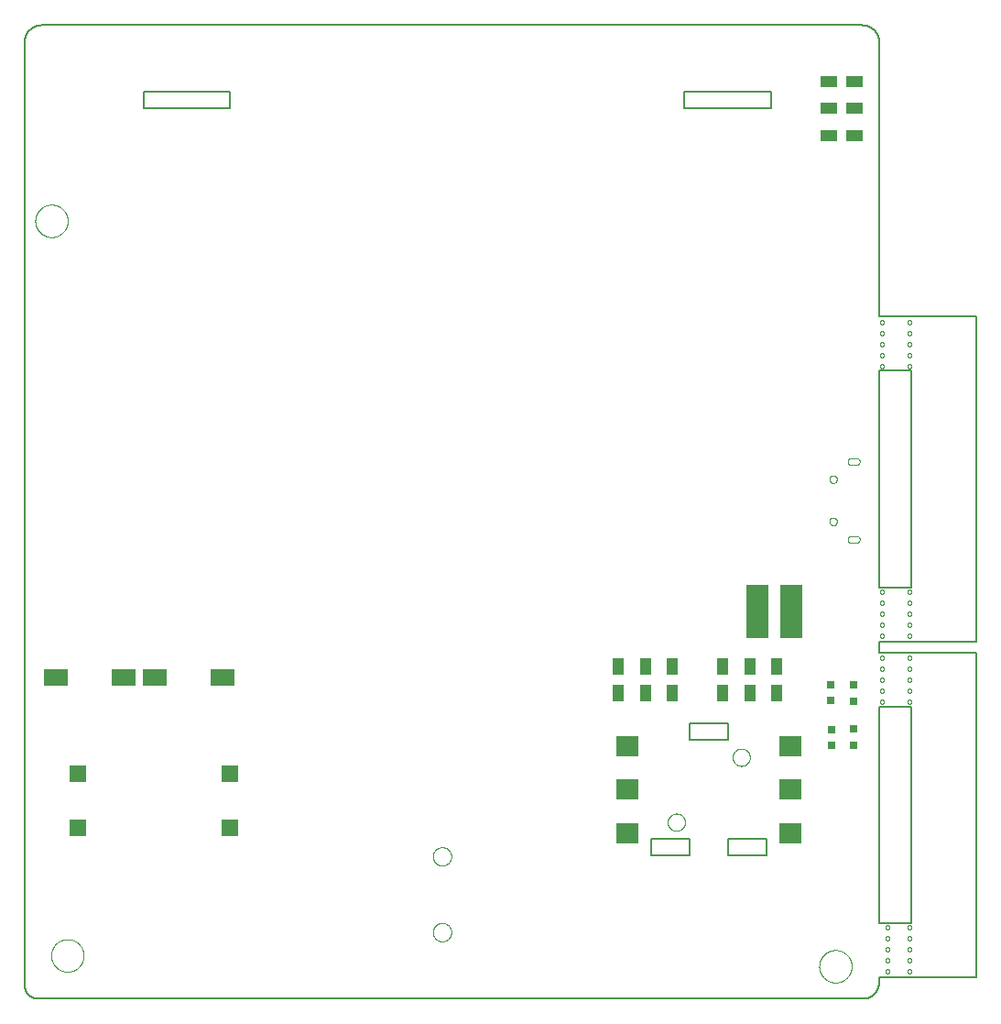
<source format=gtp>
G75*
%MOIN*%
%OFA0B0*%
%FSLAX25Y25*%
%IPPOS*%
%LPD*%
%AMOC8*
5,1,8,0,0,1.08239X$1,22.5*
%
%ADD10C,0.00000*%
%ADD11C,0.00600*%
%ADD12C,0.00800*%
%ADD13R,0.09055X0.06299*%
%ADD14R,0.07874X0.19685*%
%ADD15R,0.03150X0.03150*%
%ADD16R,0.03937X0.06299*%
%ADD17R,0.06299X0.03937*%
%ADD18R,0.06102X0.06299*%
%ADD19R,0.07874X0.07480*%
D10*
X0022953Y0025022D02*
X0022955Y0025175D01*
X0022961Y0025329D01*
X0022971Y0025482D01*
X0022985Y0025634D01*
X0023003Y0025787D01*
X0023025Y0025938D01*
X0023050Y0026089D01*
X0023080Y0026240D01*
X0023114Y0026390D01*
X0023151Y0026538D01*
X0023192Y0026686D01*
X0023237Y0026832D01*
X0023286Y0026978D01*
X0023339Y0027122D01*
X0023395Y0027264D01*
X0023455Y0027405D01*
X0023519Y0027545D01*
X0023586Y0027683D01*
X0023657Y0027819D01*
X0023732Y0027953D01*
X0023809Y0028085D01*
X0023891Y0028215D01*
X0023975Y0028343D01*
X0024063Y0028469D01*
X0024154Y0028592D01*
X0024248Y0028713D01*
X0024346Y0028831D01*
X0024446Y0028947D01*
X0024550Y0029060D01*
X0024656Y0029171D01*
X0024765Y0029279D01*
X0024877Y0029384D01*
X0024991Y0029485D01*
X0025109Y0029584D01*
X0025228Y0029680D01*
X0025350Y0029773D01*
X0025475Y0029862D01*
X0025602Y0029949D01*
X0025731Y0030031D01*
X0025862Y0030111D01*
X0025995Y0030187D01*
X0026130Y0030260D01*
X0026267Y0030329D01*
X0026406Y0030394D01*
X0026546Y0030456D01*
X0026688Y0030514D01*
X0026831Y0030569D01*
X0026976Y0030620D01*
X0027122Y0030667D01*
X0027269Y0030710D01*
X0027417Y0030749D01*
X0027566Y0030785D01*
X0027716Y0030816D01*
X0027867Y0030844D01*
X0028018Y0030868D01*
X0028171Y0030888D01*
X0028323Y0030904D01*
X0028476Y0030916D01*
X0028629Y0030924D01*
X0028782Y0030928D01*
X0028936Y0030928D01*
X0029089Y0030924D01*
X0029242Y0030916D01*
X0029395Y0030904D01*
X0029547Y0030888D01*
X0029700Y0030868D01*
X0029851Y0030844D01*
X0030002Y0030816D01*
X0030152Y0030785D01*
X0030301Y0030749D01*
X0030449Y0030710D01*
X0030596Y0030667D01*
X0030742Y0030620D01*
X0030887Y0030569D01*
X0031030Y0030514D01*
X0031172Y0030456D01*
X0031312Y0030394D01*
X0031451Y0030329D01*
X0031588Y0030260D01*
X0031723Y0030187D01*
X0031856Y0030111D01*
X0031987Y0030031D01*
X0032116Y0029949D01*
X0032243Y0029862D01*
X0032368Y0029773D01*
X0032490Y0029680D01*
X0032609Y0029584D01*
X0032727Y0029485D01*
X0032841Y0029384D01*
X0032953Y0029279D01*
X0033062Y0029171D01*
X0033168Y0029060D01*
X0033272Y0028947D01*
X0033372Y0028831D01*
X0033470Y0028713D01*
X0033564Y0028592D01*
X0033655Y0028469D01*
X0033743Y0028343D01*
X0033827Y0028215D01*
X0033909Y0028085D01*
X0033986Y0027953D01*
X0034061Y0027819D01*
X0034132Y0027683D01*
X0034199Y0027545D01*
X0034263Y0027405D01*
X0034323Y0027264D01*
X0034379Y0027122D01*
X0034432Y0026978D01*
X0034481Y0026832D01*
X0034526Y0026686D01*
X0034567Y0026538D01*
X0034604Y0026390D01*
X0034638Y0026240D01*
X0034668Y0026089D01*
X0034693Y0025938D01*
X0034715Y0025787D01*
X0034733Y0025634D01*
X0034747Y0025482D01*
X0034757Y0025329D01*
X0034763Y0025175D01*
X0034765Y0025022D01*
X0034763Y0024869D01*
X0034757Y0024715D01*
X0034747Y0024562D01*
X0034733Y0024410D01*
X0034715Y0024257D01*
X0034693Y0024106D01*
X0034668Y0023955D01*
X0034638Y0023804D01*
X0034604Y0023654D01*
X0034567Y0023506D01*
X0034526Y0023358D01*
X0034481Y0023212D01*
X0034432Y0023066D01*
X0034379Y0022922D01*
X0034323Y0022780D01*
X0034263Y0022639D01*
X0034199Y0022499D01*
X0034132Y0022361D01*
X0034061Y0022225D01*
X0033986Y0022091D01*
X0033909Y0021959D01*
X0033827Y0021829D01*
X0033743Y0021701D01*
X0033655Y0021575D01*
X0033564Y0021452D01*
X0033470Y0021331D01*
X0033372Y0021213D01*
X0033272Y0021097D01*
X0033168Y0020984D01*
X0033062Y0020873D01*
X0032953Y0020765D01*
X0032841Y0020660D01*
X0032727Y0020559D01*
X0032609Y0020460D01*
X0032490Y0020364D01*
X0032368Y0020271D01*
X0032243Y0020182D01*
X0032116Y0020095D01*
X0031987Y0020013D01*
X0031856Y0019933D01*
X0031723Y0019857D01*
X0031588Y0019784D01*
X0031451Y0019715D01*
X0031312Y0019650D01*
X0031172Y0019588D01*
X0031030Y0019530D01*
X0030887Y0019475D01*
X0030742Y0019424D01*
X0030596Y0019377D01*
X0030449Y0019334D01*
X0030301Y0019295D01*
X0030152Y0019259D01*
X0030002Y0019228D01*
X0029851Y0019200D01*
X0029700Y0019176D01*
X0029547Y0019156D01*
X0029395Y0019140D01*
X0029242Y0019128D01*
X0029089Y0019120D01*
X0028936Y0019116D01*
X0028782Y0019116D01*
X0028629Y0019120D01*
X0028476Y0019128D01*
X0028323Y0019140D01*
X0028171Y0019156D01*
X0028018Y0019176D01*
X0027867Y0019200D01*
X0027716Y0019228D01*
X0027566Y0019259D01*
X0027417Y0019295D01*
X0027269Y0019334D01*
X0027122Y0019377D01*
X0026976Y0019424D01*
X0026831Y0019475D01*
X0026688Y0019530D01*
X0026546Y0019588D01*
X0026406Y0019650D01*
X0026267Y0019715D01*
X0026130Y0019784D01*
X0025995Y0019857D01*
X0025862Y0019933D01*
X0025731Y0020013D01*
X0025602Y0020095D01*
X0025475Y0020182D01*
X0025350Y0020271D01*
X0025228Y0020364D01*
X0025109Y0020460D01*
X0024991Y0020559D01*
X0024877Y0020660D01*
X0024765Y0020765D01*
X0024656Y0020873D01*
X0024550Y0020984D01*
X0024446Y0021097D01*
X0024346Y0021213D01*
X0024248Y0021331D01*
X0024154Y0021452D01*
X0024063Y0021575D01*
X0023975Y0021701D01*
X0023891Y0021829D01*
X0023809Y0021959D01*
X0023732Y0022091D01*
X0023657Y0022225D01*
X0023586Y0022361D01*
X0023519Y0022499D01*
X0023455Y0022639D01*
X0023395Y0022780D01*
X0023339Y0022922D01*
X0023286Y0023066D01*
X0023237Y0023212D01*
X0023192Y0023358D01*
X0023151Y0023506D01*
X0023114Y0023654D01*
X0023080Y0023804D01*
X0023050Y0023955D01*
X0023025Y0024106D01*
X0023003Y0024257D01*
X0022985Y0024410D01*
X0022971Y0024562D01*
X0022961Y0024715D01*
X0022955Y0024869D01*
X0022953Y0025022D01*
X0161891Y0033479D02*
X0161893Y0033594D01*
X0161899Y0033710D01*
X0161909Y0033825D01*
X0161923Y0033940D01*
X0161941Y0034054D01*
X0161963Y0034167D01*
X0161988Y0034280D01*
X0162018Y0034391D01*
X0162051Y0034502D01*
X0162088Y0034611D01*
X0162129Y0034719D01*
X0162174Y0034826D01*
X0162222Y0034931D01*
X0162274Y0035034D01*
X0162330Y0035135D01*
X0162389Y0035235D01*
X0162451Y0035332D01*
X0162517Y0035427D01*
X0162585Y0035520D01*
X0162657Y0035610D01*
X0162732Y0035698D01*
X0162811Y0035783D01*
X0162892Y0035865D01*
X0162975Y0035945D01*
X0163062Y0036021D01*
X0163151Y0036095D01*
X0163242Y0036165D01*
X0163336Y0036233D01*
X0163432Y0036297D01*
X0163531Y0036357D01*
X0163631Y0036414D01*
X0163733Y0036468D01*
X0163837Y0036518D01*
X0163943Y0036565D01*
X0164050Y0036608D01*
X0164159Y0036647D01*
X0164269Y0036682D01*
X0164380Y0036713D01*
X0164492Y0036741D01*
X0164605Y0036765D01*
X0164719Y0036785D01*
X0164834Y0036801D01*
X0164949Y0036813D01*
X0165064Y0036821D01*
X0165179Y0036825D01*
X0165295Y0036825D01*
X0165410Y0036821D01*
X0165525Y0036813D01*
X0165640Y0036801D01*
X0165755Y0036785D01*
X0165869Y0036765D01*
X0165982Y0036741D01*
X0166094Y0036713D01*
X0166205Y0036682D01*
X0166315Y0036647D01*
X0166424Y0036608D01*
X0166531Y0036565D01*
X0166637Y0036518D01*
X0166741Y0036468D01*
X0166843Y0036414D01*
X0166943Y0036357D01*
X0167042Y0036297D01*
X0167138Y0036233D01*
X0167232Y0036165D01*
X0167323Y0036095D01*
X0167412Y0036021D01*
X0167499Y0035945D01*
X0167582Y0035865D01*
X0167663Y0035783D01*
X0167742Y0035698D01*
X0167817Y0035610D01*
X0167889Y0035520D01*
X0167957Y0035427D01*
X0168023Y0035332D01*
X0168085Y0035235D01*
X0168144Y0035135D01*
X0168200Y0035034D01*
X0168252Y0034931D01*
X0168300Y0034826D01*
X0168345Y0034719D01*
X0168386Y0034611D01*
X0168423Y0034502D01*
X0168456Y0034391D01*
X0168486Y0034280D01*
X0168511Y0034167D01*
X0168533Y0034054D01*
X0168551Y0033940D01*
X0168565Y0033825D01*
X0168575Y0033710D01*
X0168581Y0033594D01*
X0168583Y0033479D01*
X0168581Y0033364D01*
X0168575Y0033248D01*
X0168565Y0033133D01*
X0168551Y0033018D01*
X0168533Y0032904D01*
X0168511Y0032791D01*
X0168486Y0032678D01*
X0168456Y0032567D01*
X0168423Y0032456D01*
X0168386Y0032347D01*
X0168345Y0032239D01*
X0168300Y0032132D01*
X0168252Y0032027D01*
X0168200Y0031924D01*
X0168144Y0031823D01*
X0168085Y0031723D01*
X0168023Y0031626D01*
X0167957Y0031531D01*
X0167889Y0031438D01*
X0167817Y0031348D01*
X0167742Y0031260D01*
X0167663Y0031175D01*
X0167582Y0031093D01*
X0167499Y0031013D01*
X0167412Y0030937D01*
X0167323Y0030863D01*
X0167232Y0030793D01*
X0167138Y0030725D01*
X0167042Y0030661D01*
X0166943Y0030601D01*
X0166843Y0030544D01*
X0166741Y0030490D01*
X0166637Y0030440D01*
X0166531Y0030393D01*
X0166424Y0030350D01*
X0166315Y0030311D01*
X0166205Y0030276D01*
X0166094Y0030245D01*
X0165982Y0030217D01*
X0165869Y0030193D01*
X0165755Y0030173D01*
X0165640Y0030157D01*
X0165525Y0030145D01*
X0165410Y0030137D01*
X0165295Y0030133D01*
X0165179Y0030133D01*
X0165064Y0030137D01*
X0164949Y0030145D01*
X0164834Y0030157D01*
X0164719Y0030173D01*
X0164605Y0030193D01*
X0164492Y0030217D01*
X0164380Y0030245D01*
X0164269Y0030276D01*
X0164159Y0030311D01*
X0164050Y0030350D01*
X0163943Y0030393D01*
X0163837Y0030440D01*
X0163733Y0030490D01*
X0163631Y0030544D01*
X0163531Y0030601D01*
X0163432Y0030661D01*
X0163336Y0030725D01*
X0163242Y0030793D01*
X0163151Y0030863D01*
X0163062Y0030937D01*
X0162975Y0031013D01*
X0162892Y0031093D01*
X0162811Y0031175D01*
X0162732Y0031260D01*
X0162657Y0031348D01*
X0162585Y0031438D01*
X0162517Y0031531D01*
X0162451Y0031626D01*
X0162389Y0031723D01*
X0162330Y0031823D01*
X0162274Y0031924D01*
X0162222Y0032027D01*
X0162174Y0032132D01*
X0162129Y0032239D01*
X0162088Y0032347D01*
X0162051Y0032456D01*
X0162018Y0032567D01*
X0161988Y0032678D01*
X0161963Y0032791D01*
X0161941Y0032904D01*
X0161923Y0033018D01*
X0161909Y0033133D01*
X0161899Y0033248D01*
X0161893Y0033364D01*
X0161891Y0033479D01*
X0161891Y0061038D02*
X0161893Y0061153D01*
X0161899Y0061269D01*
X0161909Y0061384D01*
X0161923Y0061499D01*
X0161941Y0061613D01*
X0161963Y0061726D01*
X0161988Y0061839D01*
X0162018Y0061950D01*
X0162051Y0062061D01*
X0162088Y0062170D01*
X0162129Y0062278D01*
X0162174Y0062385D01*
X0162222Y0062490D01*
X0162274Y0062593D01*
X0162330Y0062694D01*
X0162389Y0062794D01*
X0162451Y0062891D01*
X0162517Y0062986D01*
X0162585Y0063079D01*
X0162657Y0063169D01*
X0162732Y0063257D01*
X0162811Y0063342D01*
X0162892Y0063424D01*
X0162975Y0063504D01*
X0163062Y0063580D01*
X0163151Y0063654D01*
X0163242Y0063724D01*
X0163336Y0063792D01*
X0163432Y0063856D01*
X0163531Y0063916D01*
X0163631Y0063973D01*
X0163733Y0064027D01*
X0163837Y0064077D01*
X0163943Y0064124D01*
X0164050Y0064167D01*
X0164159Y0064206D01*
X0164269Y0064241D01*
X0164380Y0064272D01*
X0164492Y0064300D01*
X0164605Y0064324D01*
X0164719Y0064344D01*
X0164834Y0064360D01*
X0164949Y0064372D01*
X0165064Y0064380D01*
X0165179Y0064384D01*
X0165295Y0064384D01*
X0165410Y0064380D01*
X0165525Y0064372D01*
X0165640Y0064360D01*
X0165755Y0064344D01*
X0165869Y0064324D01*
X0165982Y0064300D01*
X0166094Y0064272D01*
X0166205Y0064241D01*
X0166315Y0064206D01*
X0166424Y0064167D01*
X0166531Y0064124D01*
X0166637Y0064077D01*
X0166741Y0064027D01*
X0166843Y0063973D01*
X0166943Y0063916D01*
X0167042Y0063856D01*
X0167138Y0063792D01*
X0167232Y0063724D01*
X0167323Y0063654D01*
X0167412Y0063580D01*
X0167499Y0063504D01*
X0167582Y0063424D01*
X0167663Y0063342D01*
X0167742Y0063257D01*
X0167817Y0063169D01*
X0167889Y0063079D01*
X0167957Y0062986D01*
X0168023Y0062891D01*
X0168085Y0062794D01*
X0168144Y0062694D01*
X0168200Y0062593D01*
X0168252Y0062490D01*
X0168300Y0062385D01*
X0168345Y0062278D01*
X0168386Y0062170D01*
X0168423Y0062061D01*
X0168456Y0061950D01*
X0168486Y0061839D01*
X0168511Y0061726D01*
X0168533Y0061613D01*
X0168551Y0061499D01*
X0168565Y0061384D01*
X0168575Y0061269D01*
X0168581Y0061153D01*
X0168583Y0061038D01*
X0168581Y0060923D01*
X0168575Y0060807D01*
X0168565Y0060692D01*
X0168551Y0060577D01*
X0168533Y0060463D01*
X0168511Y0060350D01*
X0168486Y0060237D01*
X0168456Y0060126D01*
X0168423Y0060015D01*
X0168386Y0059906D01*
X0168345Y0059798D01*
X0168300Y0059691D01*
X0168252Y0059586D01*
X0168200Y0059483D01*
X0168144Y0059382D01*
X0168085Y0059282D01*
X0168023Y0059185D01*
X0167957Y0059090D01*
X0167889Y0058997D01*
X0167817Y0058907D01*
X0167742Y0058819D01*
X0167663Y0058734D01*
X0167582Y0058652D01*
X0167499Y0058572D01*
X0167412Y0058496D01*
X0167323Y0058422D01*
X0167232Y0058352D01*
X0167138Y0058284D01*
X0167042Y0058220D01*
X0166943Y0058160D01*
X0166843Y0058103D01*
X0166741Y0058049D01*
X0166637Y0057999D01*
X0166531Y0057952D01*
X0166424Y0057909D01*
X0166315Y0057870D01*
X0166205Y0057835D01*
X0166094Y0057804D01*
X0165982Y0057776D01*
X0165869Y0057752D01*
X0165755Y0057732D01*
X0165640Y0057716D01*
X0165525Y0057704D01*
X0165410Y0057696D01*
X0165295Y0057692D01*
X0165179Y0057692D01*
X0165064Y0057696D01*
X0164949Y0057704D01*
X0164834Y0057716D01*
X0164719Y0057732D01*
X0164605Y0057752D01*
X0164492Y0057776D01*
X0164380Y0057804D01*
X0164269Y0057835D01*
X0164159Y0057870D01*
X0164050Y0057909D01*
X0163943Y0057952D01*
X0163837Y0057999D01*
X0163733Y0058049D01*
X0163631Y0058103D01*
X0163531Y0058160D01*
X0163432Y0058220D01*
X0163336Y0058284D01*
X0163242Y0058352D01*
X0163151Y0058422D01*
X0163062Y0058496D01*
X0162975Y0058572D01*
X0162892Y0058652D01*
X0162811Y0058734D01*
X0162732Y0058819D01*
X0162657Y0058907D01*
X0162585Y0058997D01*
X0162517Y0059090D01*
X0162451Y0059185D01*
X0162389Y0059282D01*
X0162330Y0059382D01*
X0162274Y0059483D01*
X0162222Y0059586D01*
X0162174Y0059691D01*
X0162129Y0059798D01*
X0162088Y0059906D01*
X0162051Y0060015D01*
X0162018Y0060126D01*
X0161988Y0060237D01*
X0161963Y0060350D01*
X0161941Y0060463D01*
X0161923Y0060577D01*
X0161909Y0060692D01*
X0161899Y0060807D01*
X0161893Y0060923D01*
X0161891Y0061038D01*
X0247339Y0073463D02*
X0247341Y0073575D01*
X0247347Y0073686D01*
X0247357Y0073798D01*
X0247371Y0073909D01*
X0247388Y0074019D01*
X0247410Y0074129D01*
X0247436Y0074238D01*
X0247465Y0074346D01*
X0247498Y0074452D01*
X0247535Y0074558D01*
X0247576Y0074662D01*
X0247621Y0074765D01*
X0247669Y0074866D01*
X0247720Y0074965D01*
X0247775Y0075062D01*
X0247834Y0075157D01*
X0247895Y0075251D01*
X0247960Y0075342D01*
X0248029Y0075430D01*
X0248100Y0075516D01*
X0248174Y0075600D01*
X0248252Y0075680D01*
X0248332Y0075758D01*
X0248415Y0075834D01*
X0248500Y0075906D01*
X0248588Y0075975D01*
X0248678Y0076041D01*
X0248771Y0076103D01*
X0248866Y0076163D01*
X0248963Y0076219D01*
X0249061Y0076271D01*
X0249162Y0076320D01*
X0249264Y0076365D01*
X0249368Y0076407D01*
X0249473Y0076445D01*
X0249580Y0076479D01*
X0249687Y0076509D01*
X0249796Y0076536D01*
X0249905Y0076558D01*
X0250016Y0076577D01*
X0250126Y0076592D01*
X0250238Y0076603D01*
X0250349Y0076610D01*
X0250461Y0076613D01*
X0250573Y0076612D01*
X0250685Y0076607D01*
X0250796Y0076598D01*
X0250907Y0076585D01*
X0251018Y0076568D01*
X0251128Y0076548D01*
X0251237Y0076523D01*
X0251345Y0076495D01*
X0251452Y0076462D01*
X0251558Y0076426D01*
X0251662Y0076386D01*
X0251765Y0076343D01*
X0251867Y0076296D01*
X0251966Y0076245D01*
X0252064Y0076191D01*
X0252160Y0076133D01*
X0252254Y0076072D01*
X0252345Y0076008D01*
X0252434Y0075941D01*
X0252521Y0075870D01*
X0252605Y0075796D01*
X0252687Y0075720D01*
X0252765Y0075640D01*
X0252841Y0075558D01*
X0252914Y0075473D01*
X0252984Y0075386D01*
X0253050Y0075296D01*
X0253114Y0075204D01*
X0253174Y0075110D01*
X0253231Y0075014D01*
X0253284Y0074915D01*
X0253334Y0074815D01*
X0253380Y0074714D01*
X0253423Y0074610D01*
X0253462Y0074505D01*
X0253497Y0074399D01*
X0253528Y0074292D01*
X0253556Y0074183D01*
X0253579Y0074074D01*
X0253599Y0073964D01*
X0253615Y0073853D01*
X0253627Y0073742D01*
X0253635Y0073631D01*
X0253639Y0073519D01*
X0253639Y0073407D01*
X0253635Y0073295D01*
X0253627Y0073184D01*
X0253615Y0073073D01*
X0253599Y0072962D01*
X0253579Y0072852D01*
X0253556Y0072743D01*
X0253528Y0072634D01*
X0253497Y0072527D01*
X0253462Y0072421D01*
X0253423Y0072316D01*
X0253380Y0072212D01*
X0253334Y0072111D01*
X0253284Y0072011D01*
X0253231Y0071912D01*
X0253174Y0071816D01*
X0253114Y0071722D01*
X0253050Y0071630D01*
X0252984Y0071540D01*
X0252914Y0071453D01*
X0252841Y0071368D01*
X0252765Y0071286D01*
X0252687Y0071206D01*
X0252605Y0071130D01*
X0252521Y0071056D01*
X0252434Y0070985D01*
X0252345Y0070918D01*
X0252254Y0070854D01*
X0252160Y0070793D01*
X0252064Y0070735D01*
X0251966Y0070681D01*
X0251867Y0070630D01*
X0251765Y0070583D01*
X0251662Y0070540D01*
X0251558Y0070500D01*
X0251452Y0070464D01*
X0251345Y0070431D01*
X0251237Y0070403D01*
X0251128Y0070378D01*
X0251018Y0070358D01*
X0250907Y0070341D01*
X0250796Y0070328D01*
X0250685Y0070319D01*
X0250573Y0070314D01*
X0250461Y0070313D01*
X0250349Y0070316D01*
X0250238Y0070323D01*
X0250126Y0070334D01*
X0250016Y0070349D01*
X0249905Y0070368D01*
X0249796Y0070390D01*
X0249687Y0070417D01*
X0249580Y0070447D01*
X0249473Y0070481D01*
X0249368Y0070519D01*
X0249264Y0070561D01*
X0249162Y0070606D01*
X0249061Y0070655D01*
X0248963Y0070707D01*
X0248866Y0070763D01*
X0248771Y0070823D01*
X0248678Y0070885D01*
X0248588Y0070951D01*
X0248500Y0071020D01*
X0248415Y0071092D01*
X0248332Y0071168D01*
X0248252Y0071246D01*
X0248174Y0071326D01*
X0248100Y0071410D01*
X0248029Y0071496D01*
X0247960Y0071584D01*
X0247895Y0071675D01*
X0247834Y0071769D01*
X0247775Y0071864D01*
X0247720Y0071961D01*
X0247669Y0072060D01*
X0247621Y0072161D01*
X0247576Y0072264D01*
X0247535Y0072368D01*
X0247498Y0072474D01*
X0247465Y0072580D01*
X0247436Y0072688D01*
X0247410Y0072797D01*
X0247388Y0072907D01*
X0247371Y0073017D01*
X0247357Y0073128D01*
X0247347Y0073240D01*
X0247341Y0073351D01*
X0247339Y0073463D01*
X0270961Y0097085D02*
X0270963Y0097197D01*
X0270969Y0097308D01*
X0270979Y0097420D01*
X0270993Y0097531D01*
X0271010Y0097641D01*
X0271032Y0097751D01*
X0271058Y0097860D01*
X0271087Y0097968D01*
X0271120Y0098074D01*
X0271157Y0098180D01*
X0271198Y0098284D01*
X0271243Y0098387D01*
X0271291Y0098488D01*
X0271342Y0098587D01*
X0271397Y0098684D01*
X0271456Y0098779D01*
X0271517Y0098873D01*
X0271582Y0098964D01*
X0271651Y0099052D01*
X0271722Y0099138D01*
X0271796Y0099222D01*
X0271874Y0099302D01*
X0271954Y0099380D01*
X0272037Y0099456D01*
X0272122Y0099528D01*
X0272210Y0099597D01*
X0272300Y0099663D01*
X0272393Y0099725D01*
X0272488Y0099785D01*
X0272585Y0099841D01*
X0272683Y0099893D01*
X0272784Y0099942D01*
X0272886Y0099987D01*
X0272990Y0100029D01*
X0273095Y0100067D01*
X0273202Y0100101D01*
X0273309Y0100131D01*
X0273418Y0100158D01*
X0273527Y0100180D01*
X0273638Y0100199D01*
X0273748Y0100214D01*
X0273860Y0100225D01*
X0273971Y0100232D01*
X0274083Y0100235D01*
X0274195Y0100234D01*
X0274307Y0100229D01*
X0274418Y0100220D01*
X0274529Y0100207D01*
X0274640Y0100190D01*
X0274750Y0100170D01*
X0274859Y0100145D01*
X0274967Y0100117D01*
X0275074Y0100084D01*
X0275180Y0100048D01*
X0275284Y0100008D01*
X0275387Y0099965D01*
X0275489Y0099918D01*
X0275588Y0099867D01*
X0275686Y0099813D01*
X0275782Y0099755D01*
X0275876Y0099694D01*
X0275967Y0099630D01*
X0276056Y0099563D01*
X0276143Y0099492D01*
X0276227Y0099418D01*
X0276309Y0099342D01*
X0276387Y0099262D01*
X0276463Y0099180D01*
X0276536Y0099095D01*
X0276606Y0099008D01*
X0276672Y0098918D01*
X0276736Y0098826D01*
X0276796Y0098732D01*
X0276853Y0098636D01*
X0276906Y0098537D01*
X0276956Y0098437D01*
X0277002Y0098336D01*
X0277045Y0098232D01*
X0277084Y0098127D01*
X0277119Y0098021D01*
X0277150Y0097914D01*
X0277178Y0097805D01*
X0277201Y0097696D01*
X0277221Y0097586D01*
X0277237Y0097475D01*
X0277249Y0097364D01*
X0277257Y0097253D01*
X0277261Y0097141D01*
X0277261Y0097029D01*
X0277257Y0096917D01*
X0277249Y0096806D01*
X0277237Y0096695D01*
X0277221Y0096584D01*
X0277201Y0096474D01*
X0277178Y0096365D01*
X0277150Y0096256D01*
X0277119Y0096149D01*
X0277084Y0096043D01*
X0277045Y0095938D01*
X0277002Y0095834D01*
X0276956Y0095733D01*
X0276906Y0095633D01*
X0276853Y0095534D01*
X0276796Y0095438D01*
X0276736Y0095344D01*
X0276672Y0095252D01*
X0276606Y0095162D01*
X0276536Y0095075D01*
X0276463Y0094990D01*
X0276387Y0094908D01*
X0276309Y0094828D01*
X0276227Y0094752D01*
X0276143Y0094678D01*
X0276056Y0094607D01*
X0275967Y0094540D01*
X0275876Y0094476D01*
X0275782Y0094415D01*
X0275686Y0094357D01*
X0275588Y0094303D01*
X0275489Y0094252D01*
X0275387Y0094205D01*
X0275284Y0094162D01*
X0275180Y0094122D01*
X0275074Y0094086D01*
X0274967Y0094053D01*
X0274859Y0094025D01*
X0274750Y0094000D01*
X0274640Y0093980D01*
X0274529Y0093963D01*
X0274418Y0093950D01*
X0274307Y0093941D01*
X0274195Y0093936D01*
X0274083Y0093935D01*
X0273971Y0093938D01*
X0273860Y0093945D01*
X0273748Y0093956D01*
X0273638Y0093971D01*
X0273527Y0093990D01*
X0273418Y0094012D01*
X0273309Y0094039D01*
X0273202Y0094069D01*
X0273095Y0094103D01*
X0272990Y0094141D01*
X0272886Y0094183D01*
X0272784Y0094228D01*
X0272683Y0094277D01*
X0272585Y0094329D01*
X0272488Y0094385D01*
X0272393Y0094445D01*
X0272300Y0094507D01*
X0272210Y0094573D01*
X0272122Y0094642D01*
X0272037Y0094714D01*
X0271954Y0094790D01*
X0271874Y0094868D01*
X0271796Y0094948D01*
X0271722Y0095032D01*
X0271651Y0095118D01*
X0271582Y0095206D01*
X0271517Y0095297D01*
X0271456Y0095391D01*
X0271397Y0095486D01*
X0271342Y0095583D01*
X0271291Y0095682D01*
X0271243Y0095783D01*
X0271198Y0095886D01*
X0271157Y0095990D01*
X0271120Y0096096D01*
X0271087Y0096202D01*
X0271058Y0096310D01*
X0271032Y0096419D01*
X0271010Y0096529D01*
X0270993Y0096639D01*
X0270979Y0096750D01*
X0270969Y0096862D01*
X0270963Y0096973D01*
X0270961Y0097085D01*
X0324513Y0117274D02*
X0324515Y0117330D01*
X0324521Y0117385D01*
X0324531Y0117439D01*
X0324544Y0117493D01*
X0324562Y0117546D01*
X0324583Y0117597D01*
X0324607Y0117647D01*
X0324635Y0117695D01*
X0324667Y0117741D01*
X0324701Y0117785D01*
X0324739Y0117826D01*
X0324779Y0117864D01*
X0324822Y0117899D01*
X0324867Y0117931D01*
X0324915Y0117960D01*
X0324964Y0117986D01*
X0325015Y0118008D01*
X0325067Y0118026D01*
X0325121Y0118040D01*
X0325176Y0118051D01*
X0325231Y0118058D01*
X0325286Y0118061D01*
X0325342Y0118060D01*
X0325397Y0118055D01*
X0325452Y0118046D01*
X0325506Y0118034D01*
X0325559Y0118017D01*
X0325611Y0117997D01*
X0325661Y0117973D01*
X0325709Y0117946D01*
X0325756Y0117916D01*
X0325800Y0117882D01*
X0325842Y0117845D01*
X0325880Y0117805D01*
X0325917Y0117763D01*
X0325950Y0117718D01*
X0325979Y0117672D01*
X0326006Y0117623D01*
X0326028Y0117572D01*
X0326048Y0117520D01*
X0326063Y0117466D01*
X0326075Y0117412D01*
X0326083Y0117357D01*
X0326087Y0117302D01*
X0326087Y0117246D01*
X0326083Y0117191D01*
X0326075Y0117136D01*
X0326063Y0117082D01*
X0326048Y0117028D01*
X0326028Y0116976D01*
X0326006Y0116925D01*
X0325979Y0116876D01*
X0325950Y0116830D01*
X0325917Y0116785D01*
X0325880Y0116743D01*
X0325842Y0116703D01*
X0325800Y0116666D01*
X0325756Y0116632D01*
X0325709Y0116602D01*
X0325661Y0116575D01*
X0325611Y0116551D01*
X0325559Y0116531D01*
X0325506Y0116514D01*
X0325452Y0116502D01*
X0325397Y0116493D01*
X0325342Y0116488D01*
X0325286Y0116487D01*
X0325231Y0116490D01*
X0325176Y0116497D01*
X0325121Y0116508D01*
X0325067Y0116522D01*
X0325015Y0116540D01*
X0324964Y0116562D01*
X0324915Y0116588D01*
X0324867Y0116617D01*
X0324822Y0116649D01*
X0324779Y0116684D01*
X0324739Y0116722D01*
X0324701Y0116763D01*
X0324667Y0116807D01*
X0324635Y0116853D01*
X0324607Y0116901D01*
X0324583Y0116951D01*
X0324562Y0117002D01*
X0324544Y0117055D01*
X0324531Y0117109D01*
X0324521Y0117163D01*
X0324515Y0117218D01*
X0324513Y0117274D01*
X0324513Y0121274D02*
X0324515Y0121330D01*
X0324521Y0121385D01*
X0324531Y0121439D01*
X0324544Y0121493D01*
X0324562Y0121546D01*
X0324583Y0121597D01*
X0324607Y0121647D01*
X0324635Y0121695D01*
X0324667Y0121741D01*
X0324701Y0121785D01*
X0324739Y0121826D01*
X0324779Y0121864D01*
X0324822Y0121899D01*
X0324867Y0121931D01*
X0324915Y0121960D01*
X0324964Y0121986D01*
X0325015Y0122008D01*
X0325067Y0122026D01*
X0325121Y0122040D01*
X0325176Y0122051D01*
X0325231Y0122058D01*
X0325286Y0122061D01*
X0325342Y0122060D01*
X0325397Y0122055D01*
X0325452Y0122046D01*
X0325506Y0122034D01*
X0325559Y0122017D01*
X0325611Y0121997D01*
X0325661Y0121973D01*
X0325709Y0121946D01*
X0325756Y0121916D01*
X0325800Y0121882D01*
X0325842Y0121845D01*
X0325880Y0121805D01*
X0325917Y0121763D01*
X0325950Y0121718D01*
X0325979Y0121672D01*
X0326006Y0121623D01*
X0326028Y0121572D01*
X0326048Y0121520D01*
X0326063Y0121466D01*
X0326075Y0121412D01*
X0326083Y0121357D01*
X0326087Y0121302D01*
X0326087Y0121246D01*
X0326083Y0121191D01*
X0326075Y0121136D01*
X0326063Y0121082D01*
X0326048Y0121028D01*
X0326028Y0120976D01*
X0326006Y0120925D01*
X0325979Y0120876D01*
X0325950Y0120830D01*
X0325917Y0120785D01*
X0325880Y0120743D01*
X0325842Y0120703D01*
X0325800Y0120666D01*
X0325756Y0120632D01*
X0325709Y0120602D01*
X0325661Y0120575D01*
X0325611Y0120551D01*
X0325559Y0120531D01*
X0325506Y0120514D01*
X0325452Y0120502D01*
X0325397Y0120493D01*
X0325342Y0120488D01*
X0325286Y0120487D01*
X0325231Y0120490D01*
X0325176Y0120497D01*
X0325121Y0120508D01*
X0325067Y0120522D01*
X0325015Y0120540D01*
X0324964Y0120562D01*
X0324915Y0120588D01*
X0324867Y0120617D01*
X0324822Y0120649D01*
X0324779Y0120684D01*
X0324739Y0120722D01*
X0324701Y0120763D01*
X0324667Y0120807D01*
X0324635Y0120853D01*
X0324607Y0120901D01*
X0324583Y0120951D01*
X0324562Y0121002D01*
X0324544Y0121055D01*
X0324531Y0121109D01*
X0324521Y0121163D01*
X0324515Y0121218D01*
X0324513Y0121274D01*
X0324513Y0125274D02*
X0324515Y0125330D01*
X0324521Y0125385D01*
X0324531Y0125439D01*
X0324544Y0125493D01*
X0324562Y0125546D01*
X0324583Y0125597D01*
X0324607Y0125647D01*
X0324635Y0125695D01*
X0324667Y0125741D01*
X0324701Y0125785D01*
X0324739Y0125826D01*
X0324779Y0125864D01*
X0324822Y0125899D01*
X0324867Y0125931D01*
X0324915Y0125960D01*
X0324964Y0125986D01*
X0325015Y0126008D01*
X0325067Y0126026D01*
X0325121Y0126040D01*
X0325176Y0126051D01*
X0325231Y0126058D01*
X0325286Y0126061D01*
X0325342Y0126060D01*
X0325397Y0126055D01*
X0325452Y0126046D01*
X0325506Y0126034D01*
X0325559Y0126017D01*
X0325611Y0125997D01*
X0325661Y0125973D01*
X0325709Y0125946D01*
X0325756Y0125916D01*
X0325800Y0125882D01*
X0325842Y0125845D01*
X0325880Y0125805D01*
X0325917Y0125763D01*
X0325950Y0125718D01*
X0325979Y0125672D01*
X0326006Y0125623D01*
X0326028Y0125572D01*
X0326048Y0125520D01*
X0326063Y0125466D01*
X0326075Y0125412D01*
X0326083Y0125357D01*
X0326087Y0125302D01*
X0326087Y0125246D01*
X0326083Y0125191D01*
X0326075Y0125136D01*
X0326063Y0125082D01*
X0326048Y0125028D01*
X0326028Y0124976D01*
X0326006Y0124925D01*
X0325979Y0124876D01*
X0325950Y0124830D01*
X0325917Y0124785D01*
X0325880Y0124743D01*
X0325842Y0124703D01*
X0325800Y0124666D01*
X0325756Y0124632D01*
X0325709Y0124602D01*
X0325661Y0124575D01*
X0325611Y0124551D01*
X0325559Y0124531D01*
X0325506Y0124514D01*
X0325452Y0124502D01*
X0325397Y0124493D01*
X0325342Y0124488D01*
X0325286Y0124487D01*
X0325231Y0124490D01*
X0325176Y0124497D01*
X0325121Y0124508D01*
X0325067Y0124522D01*
X0325015Y0124540D01*
X0324964Y0124562D01*
X0324915Y0124588D01*
X0324867Y0124617D01*
X0324822Y0124649D01*
X0324779Y0124684D01*
X0324739Y0124722D01*
X0324701Y0124763D01*
X0324667Y0124807D01*
X0324635Y0124853D01*
X0324607Y0124901D01*
X0324583Y0124951D01*
X0324562Y0125002D01*
X0324544Y0125055D01*
X0324531Y0125109D01*
X0324521Y0125163D01*
X0324515Y0125218D01*
X0324513Y0125274D01*
X0324513Y0129274D02*
X0324515Y0129330D01*
X0324521Y0129385D01*
X0324531Y0129439D01*
X0324544Y0129493D01*
X0324562Y0129546D01*
X0324583Y0129597D01*
X0324607Y0129647D01*
X0324635Y0129695D01*
X0324667Y0129741D01*
X0324701Y0129785D01*
X0324739Y0129826D01*
X0324779Y0129864D01*
X0324822Y0129899D01*
X0324867Y0129931D01*
X0324915Y0129960D01*
X0324964Y0129986D01*
X0325015Y0130008D01*
X0325067Y0130026D01*
X0325121Y0130040D01*
X0325176Y0130051D01*
X0325231Y0130058D01*
X0325286Y0130061D01*
X0325342Y0130060D01*
X0325397Y0130055D01*
X0325452Y0130046D01*
X0325506Y0130034D01*
X0325559Y0130017D01*
X0325611Y0129997D01*
X0325661Y0129973D01*
X0325709Y0129946D01*
X0325756Y0129916D01*
X0325800Y0129882D01*
X0325842Y0129845D01*
X0325880Y0129805D01*
X0325917Y0129763D01*
X0325950Y0129718D01*
X0325979Y0129672D01*
X0326006Y0129623D01*
X0326028Y0129572D01*
X0326048Y0129520D01*
X0326063Y0129466D01*
X0326075Y0129412D01*
X0326083Y0129357D01*
X0326087Y0129302D01*
X0326087Y0129246D01*
X0326083Y0129191D01*
X0326075Y0129136D01*
X0326063Y0129082D01*
X0326048Y0129028D01*
X0326028Y0128976D01*
X0326006Y0128925D01*
X0325979Y0128876D01*
X0325950Y0128830D01*
X0325917Y0128785D01*
X0325880Y0128743D01*
X0325842Y0128703D01*
X0325800Y0128666D01*
X0325756Y0128632D01*
X0325709Y0128602D01*
X0325661Y0128575D01*
X0325611Y0128551D01*
X0325559Y0128531D01*
X0325506Y0128514D01*
X0325452Y0128502D01*
X0325397Y0128493D01*
X0325342Y0128488D01*
X0325286Y0128487D01*
X0325231Y0128490D01*
X0325176Y0128497D01*
X0325121Y0128508D01*
X0325067Y0128522D01*
X0325015Y0128540D01*
X0324964Y0128562D01*
X0324915Y0128588D01*
X0324867Y0128617D01*
X0324822Y0128649D01*
X0324779Y0128684D01*
X0324739Y0128722D01*
X0324701Y0128763D01*
X0324667Y0128807D01*
X0324635Y0128853D01*
X0324607Y0128901D01*
X0324583Y0128951D01*
X0324562Y0129002D01*
X0324544Y0129055D01*
X0324531Y0129109D01*
X0324521Y0129163D01*
X0324515Y0129218D01*
X0324513Y0129274D01*
X0324513Y0133274D02*
X0324515Y0133330D01*
X0324521Y0133385D01*
X0324531Y0133439D01*
X0324544Y0133493D01*
X0324562Y0133546D01*
X0324583Y0133597D01*
X0324607Y0133647D01*
X0324635Y0133695D01*
X0324667Y0133741D01*
X0324701Y0133785D01*
X0324739Y0133826D01*
X0324779Y0133864D01*
X0324822Y0133899D01*
X0324867Y0133931D01*
X0324915Y0133960D01*
X0324964Y0133986D01*
X0325015Y0134008D01*
X0325067Y0134026D01*
X0325121Y0134040D01*
X0325176Y0134051D01*
X0325231Y0134058D01*
X0325286Y0134061D01*
X0325342Y0134060D01*
X0325397Y0134055D01*
X0325452Y0134046D01*
X0325506Y0134034D01*
X0325559Y0134017D01*
X0325611Y0133997D01*
X0325661Y0133973D01*
X0325709Y0133946D01*
X0325756Y0133916D01*
X0325800Y0133882D01*
X0325842Y0133845D01*
X0325880Y0133805D01*
X0325917Y0133763D01*
X0325950Y0133718D01*
X0325979Y0133672D01*
X0326006Y0133623D01*
X0326028Y0133572D01*
X0326048Y0133520D01*
X0326063Y0133466D01*
X0326075Y0133412D01*
X0326083Y0133357D01*
X0326087Y0133302D01*
X0326087Y0133246D01*
X0326083Y0133191D01*
X0326075Y0133136D01*
X0326063Y0133082D01*
X0326048Y0133028D01*
X0326028Y0132976D01*
X0326006Y0132925D01*
X0325979Y0132876D01*
X0325950Y0132830D01*
X0325917Y0132785D01*
X0325880Y0132743D01*
X0325842Y0132703D01*
X0325800Y0132666D01*
X0325756Y0132632D01*
X0325709Y0132602D01*
X0325661Y0132575D01*
X0325611Y0132551D01*
X0325559Y0132531D01*
X0325506Y0132514D01*
X0325452Y0132502D01*
X0325397Y0132493D01*
X0325342Y0132488D01*
X0325286Y0132487D01*
X0325231Y0132490D01*
X0325176Y0132497D01*
X0325121Y0132508D01*
X0325067Y0132522D01*
X0325015Y0132540D01*
X0324964Y0132562D01*
X0324915Y0132588D01*
X0324867Y0132617D01*
X0324822Y0132649D01*
X0324779Y0132684D01*
X0324739Y0132722D01*
X0324701Y0132763D01*
X0324667Y0132807D01*
X0324635Y0132853D01*
X0324607Y0132901D01*
X0324583Y0132951D01*
X0324562Y0133002D01*
X0324544Y0133055D01*
X0324531Y0133109D01*
X0324521Y0133163D01*
X0324515Y0133218D01*
X0324513Y0133274D01*
X0324513Y0141274D02*
X0324515Y0141330D01*
X0324521Y0141385D01*
X0324531Y0141439D01*
X0324544Y0141493D01*
X0324562Y0141546D01*
X0324583Y0141597D01*
X0324607Y0141647D01*
X0324635Y0141695D01*
X0324667Y0141741D01*
X0324701Y0141785D01*
X0324739Y0141826D01*
X0324779Y0141864D01*
X0324822Y0141899D01*
X0324867Y0141931D01*
X0324915Y0141960D01*
X0324964Y0141986D01*
X0325015Y0142008D01*
X0325067Y0142026D01*
X0325121Y0142040D01*
X0325176Y0142051D01*
X0325231Y0142058D01*
X0325286Y0142061D01*
X0325342Y0142060D01*
X0325397Y0142055D01*
X0325452Y0142046D01*
X0325506Y0142034D01*
X0325559Y0142017D01*
X0325611Y0141997D01*
X0325661Y0141973D01*
X0325709Y0141946D01*
X0325756Y0141916D01*
X0325800Y0141882D01*
X0325842Y0141845D01*
X0325880Y0141805D01*
X0325917Y0141763D01*
X0325950Y0141718D01*
X0325979Y0141672D01*
X0326006Y0141623D01*
X0326028Y0141572D01*
X0326048Y0141520D01*
X0326063Y0141466D01*
X0326075Y0141412D01*
X0326083Y0141357D01*
X0326087Y0141302D01*
X0326087Y0141246D01*
X0326083Y0141191D01*
X0326075Y0141136D01*
X0326063Y0141082D01*
X0326048Y0141028D01*
X0326028Y0140976D01*
X0326006Y0140925D01*
X0325979Y0140876D01*
X0325950Y0140830D01*
X0325917Y0140785D01*
X0325880Y0140743D01*
X0325842Y0140703D01*
X0325800Y0140666D01*
X0325756Y0140632D01*
X0325709Y0140602D01*
X0325661Y0140575D01*
X0325611Y0140551D01*
X0325559Y0140531D01*
X0325506Y0140514D01*
X0325452Y0140502D01*
X0325397Y0140493D01*
X0325342Y0140488D01*
X0325286Y0140487D01*
X0325231Y0140490D01*
X0325176Y0140497D01*
X0325121Y0140508D01*
X0325067Y0140522D01*
X0325015Y0140540D01*
X0324964Y0140562D01*
X0324915Y0140588D01*
X0324867Y0140617D01*
X0324822Y0140649D01*
X0324779Y0140684D01*
X0324739Y0140722D01*
X0324701Y0140763D01*
X0324667Y0140807D01*
X0324635Y0140853D01*
X0324607Y0140901D01*
X0324583Y0140951D01*
X0324562Y0141002D01*
X0324544Y0141055D01*
X0324531Y0141109D01*
X0324521Y0141163D01*
X0324515Y0141218D01*
X0324513Y0141274D01*
X0324513Y0145274D02*
X0324515Y0145330D01*
X0324521Y0145385D01*
X0324531Y0145439D01*
X0324544Y0145493D01*
X0324562Y0145546D01*
X0324583Y0145597D01*
X0324607Y0145647D01*
X0324635Y0145695D01*
X0324667Y0145741D01*
X0324701Y0145785D01*
X0324739Y0145826D01*
X0324779Y0145864D01*
X0324822Y0145899D01*
X0324867Y0145931D01*
X0324915Y0145960D01*
X0324964Y0145986D01*
X0325015Y0146008D01*
X0325067Y0146026D01*
X0325121Y0146040D01*
X0325176Y0146051D01*
X0325231Y0146058D01*
X0325286Y0146061D01*
X0325342Y0146060D01*
X0325397Y0146055D01*
X0325452Y0146046D01*
X0325506Y0146034D01*
X0325559Y0146017D01*
X0325611Y0145997D01*
X0325661Y0145973D01*
X0325709Y0145946D01*
X0325756Y0145916D01*
X0325800Y0145882D01*
X0325842Y0145845D01*
X0325880Y0145805D01*
X0325917Y0145763D01*
X0325950Y0145718D01*
X0325979Y0145672D01*
X0326006Y0145623D01*
X0326028Y0145572D01*
X0326048Y0145520D01*
X0326063Y0145466D01*
X0326075Y0145412D01*
X0326083Y0145357D01*
X0326087Y0145302D01*
X0326087Y0145246D01*
X0326083Y0145191D01*
X0326075Y0145136D01*
X0326063Y0145082D01*
X0326048Y0145028D01*
X0326028Y0144976D01*
X0326006Y0144925D01*
X0325979Y0144876D01*
X0325950Y0144830D01*
X0325917Y0144785D01*
X0325880Y0144743D01*
X0325842Y0144703D01*
X0325800Y0144666D01*
X0325756Y0144632D01*
X0325709Y0144602D01*
X0325661Y0144575D01*
X0325611Y0144551D01*
X0325559Y0144531D01*
X0325506Y0144514D01*
X0325452Y0144502D01*
X0325397Y0144493D01*
X0325342Y0144488D01*
X0325286Y0144487D01*
X0325231Y0144490D01*
X0325176Y0144497D01*
X0325121Y0144508D01*
X0325067Y0144522D01*
X0325015Y0144540D01*
X0324964Y0144562D01*
X0324915Y0144588D01*
X0324867Y0144617D01*
X0324822Y0144649D01*
X0324779Y0144684D01*
X0324739Y0144722D01*
X0324701Y0144763D01*
X0324667Y0144807D01*
X0324635Y0144853D01*
X0324607Y0144901D01*
X0324583Y0144951D01*
X0324562Y0145002D01*
X0324544Y0145055D01*
X0324531Y0145109D01*
X0324521Y0145163D01*
X0324515Y0145218D01*
X0324513Y0145274D01*
X0324513Y0149274D02*
X0324515Y0149330D01*
X0324521Y0149385D01*
X0324531Y0149439D01*
X0324544Y0149493D01*
X0324562Y0149546D01*
X0324583Y0149597D01*
X0324607Y0149647D01*
X0324635Y0149695D01*
X0324667Y0149741D01*
X0324701Y0149785D01*
X0324739Y0149826D01*
X0324779Y0149864D01*
X0324822Y0149899D01*
X0324867Y0149931D01*
X0324915Y0149960D01*
X0324964Y0149986D01*
X0325015Y0150008D01*
X0325067Y0150026D01*
X0325121Y0150040D01*
X0325176Y0150051D01*
X0325231Y0150058D01*
X0325286Y0150061D01*
X0325342Y0150060D01*
X0325397Y0150055D01*
X0325452Y0150046D01*
X0325506Y0150034D01*
X0325559Y0150017D01*
X0325611Y0149997D01*
X0325661Y0149973D01*
X0325709Y0149946D01*
X0325756Y0149916D01*
X0325800Y0149882D01*
X0325842Y0149845D01*
X0325880Y0149805D01*
X0325917Y0149763D01*
X0325950Y0149718D01*
X0325979Y0149672D01*
X0326006Y0149623D01*
X0326028Y0149572D01*
X0326048Y0149520D01*
X0326063Y0149466D01*
X0326075Y0149412D01*
X0326083Y0149357D01*
X0326087Y0149302D01*
X0326087Y0149246D01*
X0326083Y0149191D01*
X0326075Y0149136D01*
X0326063Y0149082D01*
X0326048Y0149028D01*
X0326028Y0148976D01*
X0326006Y0148925D01*
X0325979Y0148876D01*
X0325950Y0148830D01*
X0325917Y0148785D01*
X0325880Y0148743D01*
X0325842Y0148703D01*
X0325800Y0148666D01*
X0325756Y0148632D01*
X0325709Y0148602D01*
X0325661Y0148575D01*
X0325611Y0148551D01*
X0325559Y0148531D01*
X0325506Y0148514D01*
X0325452Y0148502D01*
X0325397Y0148493D01*
X0325342Y0148488D01*
X0325286Y0148487D01*
X0325231Y0148490D01*
X0325176Y0148497D01*
X0325121Y0148508D01*
X0325067Y0148522D01*
X0325015Y0148540D01*
X0324964Y0148562D01*
X0324915Y0148588D01*
X0324867Y0148617D01*
X0324822Y0148649D01*
X0324779Y0148684D01*
X0324739Y0148722D01*
X0324701Y0148763D01*
X0324667Y0148807D01*
X0324635Y0148853D01*
X0324607Y0148901D01*
X0324583Y0148951D01*
X0324562Y0149002D01*
X0324544Y0149055D01*
X0324531Y0149109D01*
X0324521Y0149163D01*
X0324515Y0149218D01*
X0324513Y0149274D01*
X0324513Y0153274D02*
X0324515Y0153330D01*
X0324521Y0153385D01*
X0324531Y0153439D01*
X0324544Y0153493D01*
X0324562Y0153546D01*
X0324583Y0153597D01*
X0324607Y0153647D01*
X0324635Y0153695D01*
X0324667Y0153741D01*
X0324701Y0153785D01*
X0324739Y0153826D01*
X0324779Y0153864D01*
X0324822Y0153899D01*
X0324867Y0153931D01*
X0324915Y0153960D01*
X0324964Y0153986D01*
X0325015Y0154008D01*
X0325067Y0154026D01*
X0325121Y0154040D01*
X0325176Y0154051D01*
X0325231Y0154058D01*
X0325286Y0154061D01*
X0325342Y0154060D01*
X0325397Y0154055D01*
X0325452Y0154046D01*
X0325506Y0154034D01*
X0325559Y0154017D01*
X0325611Y0153997D01*
X0325661Y0153973D01*
X0325709Y0153946D01*
X0325756Y0153916D01*
X0325800Y0153882D01*
X0325842Y0153845D01*
X0325880Y0153805D01*
X0325917Y0153763D01*
X0325950Y0153718D01*
X0325979Y0153672D01*
X0326006Y0153623D01*
X0326028Y0153572D01*
X0326048Y0153520D01*
X0326063Y0153466D01*
X0326075Y0153412D01*
X0326083Y0153357D01*
X0326087Y0153302D01*
X0326087Y0153246D01*
X0326083Y0153191D01*
X0326075Y0153136D01*
X0326063Y0153082D01*
X0326048Y0153028D01*
X0326028Y0152976D01*
X0326006Y0152925D01*
X0325979Y0152876D01*
X0325950Y0152830D01*
X0325917Y0152785D01*
X0325880Y0152743D01*
X0325842Y0152703D01*
X0325800Y0152666D01*
X0325756Y0152632D01*
X0325709Y0152602D01*
X0325661Y0152575D01*
X0325611Y0152551D01*
X0325559Y0152531D01*
X0325506Y0152514D01*
X0325452Y0152502D01*
X0325397Y0152493D01*
X0325342Y0152488D01*
X0325286Y0152487D01*
X0325231Y0152490D01*
X0325176Y0152497D01*
X0325121Y0152508D01*
X0325067Y0152522D01*
X0325015Y0152540D01*
X0324964Y0152562D01*
X0324915Y0152588D01*
X0324867Y0152617D01*
X0324822Y0152649D01*
X0324779Y0152684D01*
X0324739Y0152722D01*
X0324701Y0152763D01*
X0324667Y0152807D01*
X0324635Y0152853D01*
X0324607Y0152901D01*
X0324583Y0152951D01*
X0324562Y0153002D01*
X0324544Y0153055D01*
X0324531Y0153109D01*
X0324521Y0153163D01*
X0324515Y0153218D01*
X0324513Y0153274D01*
X0324513Y0157274D02*
X0324515Y0157330D01*
X0324521Y0157385D01*
X0324531Y0157439D01*
X0324544Y0157493D01*
X0324562Y0157546D01*
X0324583Y0157597D01*
X0324607Y0157647D01*
X0324635Y0157695D01*
X0324667Y0157741D01*
X0324701Y0157785D01*
X0324739Y0157826D01*
X0324779Y0157864D01*
X0324822Y0157899D01*
X0324867Y0157931D01*
X0324915Y0157960D01*
X0324964Y0157986D01*
X0325015Y0158008D01*
X0325067Y0158026D01*
X0325121Y0158040D01*
X0325176Y0158051D01*
X0325231Y0158058D01*
X0325286Y0158061D01*
X0325342Y0158060D01*
X0325397Y0158055D01*
X0325452Y0158046D01*
X0325506Y0158034D01*
X0325559Y0158017D01*
X0325611Y0157997D01*
X0325661Y0157973D01*
X0325709Y0157946D01*
X0325756Y0157916D01*
X0325800Y0157882D01*
X0325842Y0157845D01*
X0325880Y0157805D01*
X0325917Y0157763D01*
X0325950Y0157718D01*
X0325979Y0157672D01*
X0326006Y0157623D01*
X0326028Y0157572D01*
X0326048Y0157520D01*
X0326063Y0157466D01*
X0326075Y0157412D01*
X0326083Y0157357D01*
X0326087Y0157302D01*
X0326087Y0157246D01*
X0326083Y0157191D01*
X0326075Y0157136D01*
X0326063Y0157082D01*
X0326048Y0157028D01*
X0326028Y0156976D01*
X0326006Y0156925D01*
X0325979Y0156876D01*
X0325950Y0156830D01*
X0325917Y0156785D01*
X0325880Y0156743D01*
X0325842Y0156703D01*
X0325800Y0156666D01*
X0325756Y0156632D01*
X0325709Y0156602D01*
X0325661Y0156575D01*
X0325611Y0156551D01*
X0325559Y0156531D01*
X0325506Y0156514D01*
X0325452Y0156502D01*
X0325397Y0156493D01*
X0325342Y0156488D01*
X0325286Y0156487D01*
X0325231Y0156490D01*
X0325176Y0156497D01*
X0325121Y0156508D01*
X0325067Y0156522D01*
X0325015Y0156540D01*
X0324964Y0156562D01*
X0324915Y0156588D01*
X0324867Y0156617D01*
X0324822Y0156649D01*
X0324779Y0156684D01*
X0324739Y0156722D01*
X0324701Y0156763D01*
X0324667Y0156807D01*
X0324635Y0156853D01*
X0324607Y0156901D01*
X0324583Y0156951D01*
X0324562Y0157002D01*
X0324544Y0157055D01*
X0324531Y0157109D01*
X0324521Y0157163D01*
X0324515Y0157218D01*
X0324513Y0157274D01*
X0334513Y0157274D02*
X0334515Y0157330D01*
X0334521Y0157385D01*
X0334531Y0157439D01*
X0334544Y0157493D01*
X0334562Y0157546D01*
X0334583Y0157597D01*
X0334607Y0157647D01*
X0334635Y0157695D01*
X0334667Y0157741D01*
X0334701Y0157785D01*
X0334739Y0157826D01*
X0334779Y0157864D01*
X0334822Y0157899D01*
X0334867Y0157931D01*
X0334915Y0157960D01*
X0334964Y0157986D01*
X0335015Y0158008D01*
X0335067Y0158026D01*
X0335121Y0158040D01*
X0335176Y0158051D01*
X0335231Y0158058D01*
X0335286Y0158061D01*
X0335342Y0158060D01*
X0335397Y0158055D01*
X0335452Y0158046D01*
X0335506Y0158034D01*
X0335559Y0158017D01*
X0335611Y0157997D01*
X0335661Y0157973D01*
X0335709Y0157946D01*
X0335756Y0157916D01*
X0335800Y0157882D01*
X0335842Y0157845D01*
X0335880Y0157805D01*
X0335917Y0157763D01*
X0335950Y0157718D01*
X0335979Y0157672D01*
X0336006Y0157623D01*
X0336028Y0157572D01*
X0336048Y0157520D01*
X0336063Y0157466D01*
X0336075Y0157412D01*
X0336083Y0157357D01*
X0336087Y0157302D01*
X0336087Y0157246D01*
X0336083Y0157191D01*
X0336075Y0157136D01*
X0336063Y0157082D01*
X0336048Y0157028D01*
X0336028Y0156976D01*
X0336006Y0156925D01*
X0335979Y0156876D01*
X0335950Y0156830D01*
X0335917Y0156785D01*
X0335880Y0156743D01*
X0335842Y0156703D01*
X0335800Y0156666D01*
X0335756Y0156632D01*
X0335709Y0156602D01*
X0335661Y0156575D01*
X0335611Y0156551D01*
X0335559Y0156531D01*
X0335506Y0156514D01*
X0335452Y0156502D01*
X0335397Y0156493D01*
X0335342Y0156488D01*
X0335286Y0156487D01*
X0335231Y0156490D01*
X0335176Y0156497D01*
X0335121Y0156508D01*
X0335067Y0156522D01*
X0335015Y0156540D01*
X0334964Y0156562D01*
X0334915Y0156588D01*
X0334867Y0156617D01*
X0334822Y0156649D01*
X0334779Y0156684D01*
X0334739Y0156722D01*
X0334701Y0156763D01*
X0334667Y0156807D01*
X0334635Y0156853D01*
X0334607Y0156901D01*
X0334583Y0156951D01*
X0334562Y0157002D01*
X0334544Y0157055D01*
X0334531Y0157109D01*
X0334521Y0157163D01*
X0334515Y0157218D01*
X0334513Y0157274D01*
X0334513Y0153274D02*
X0334515Y0153330D01*
X0334521Y0153385D01*
X0334531Y0153439D01*
X0334544Y0153493D01*
X0334562Y0153546D01*
X0334583Y0153597D01*
X0334607Y0153647D01*
X0334635Y0153695D01*
X0334667Y0153741D01*
X0334701Y0153785D01*
X0334739Y0153826D01*
X0334779Y0153864D01*
X0334822Y0153899D01*
X0334867Y0153931D01*
X0334915Y0153960D01*
X0334964Y0153986D01*
X0335015Y0154008D01*
X0335067Y0154026D01*
X0335121Y0154040D01*
X0335176Y0154051D01*
X0335231Y0154058D01*
X0335286Y0154061D01*
X0335342Y0154060D01*
X0335397Y0154055D01*
X0335452Y0154046D01*
X0335506Y0154034D01*
X0335559Y0154017D01*
X0335611Y0153997D01*
X0335661Y0153973D01*
X0335709Y0153946D01*
X0335756Y0153916D01*
X0335800Y0153882D01*
X0335842Y0153845D01*
X0335880Y0153805D01*
X0335917Y0153763D01*
X0335950Y0153718D01*
X0335979Y0153672D01*
X0336006Y0153623D01*
X0336028Y0153572D01*
X0336048Y0153520D01*
X0336063Y0153466D01*
X0336075Y0153412D01*
X0336083Y0153357D01*
X0336087Y0153302D01*
X0336087Y0153246D01*
X0336083Y0153191D01*
X0336075Y0153136D01*
X0336063Y0153082D01*
X0336048Y0153028D01*
X0336028Y0152976D01*
X0336006Y0152925D01*
X0335979Y0152876D01*
X0335950Y0152830D01*
X0335917Y0152785D01*
X0335880Y0152743D01*
X0335842Y0152703D01*
X0335800Y0152666D01*
X0335756Y0152632D01*
X0335709Y0152602D01*
X0335661Y0152575D01*
X0335611Y0152551D01*
X0335559Y0152531D01*
X0335506Y0152514D01*
X0335452Y0152502D01*
X0335397Y0152493D01*
X0335342Y0152488D01*
X0335286Y0152487D01*
X0335231Y0152490D01*
X0335176Y0152497D01*
X0335121Y0152508D01*
X0335067Y0152522D01*
X0335015Y0152540D01*
X0334964Y0152562D01*
X0334915Y0152588D01*
X0334867Y0152617D01*
X0334822Y0152649D01*
X0334779Y0152684D01*
X0334739Y0152722D01*
X0334701Y0152763D01*
X0334667Y0152807D01*
X0334635Y0152853D01*
X0334607Y0152901D01*
X0334583Y0152951D01*
X0334562Y0153002D01*
X0334544Y0153055D01*
X0334531Y0153109D01*
X0334521Y0153163D01*
X0334515Y0153218D01*
X0334513Y0153274D01*
X0334513Y0149274D02*
X0334515Y0149330D01*
X0334521Y0149385D01*
X0334531Y0149439D01*
X0334544Y0149493D01*
X0334562Y0149546D01*
X0334583Y0149597D01*
X0334607Y0149647D01*
X0334635Y0149695D01*
X0334667Y0149741D01*
X0334701Y0149785D01*
X0334739Y0149826D01*
X0334779Y0149864D01*
X0334822Y0149899D01*
X0334867Y0149931D01*
X0334915Y0149960D01*
X0334964Y0149986D01*
X0335015Y0150008D01*
X0335067Y0150026D01*
X0335121Y0150040D01*
X0335176Y0150051D01*
X0335231Y0150058D01*
X0335286Y0150061D01*
X0335342Y0150060D01*
X0335397Y0150055D01*
X0335452Y0150046D01*
X0335506Y0150034D01*
X0335559Y0150017D01*
X0335611Y0149997D01*
X0335661Y0149973D01*
X0335709Y0149946D01*
X0335756Y0149916D01*
X0335800Y0149882D01*
X0335842Y0149845D01*
X0335880Y0149805D01*
X0335917Y0149763D01*
X0335950Y0149718D01*
X0335979Y0149672D01*
X0336006Y0149623D01*
X0336028Y0149572D01*
X0336048Y0149520D01*
X0336063Y0149466D01*
X0336075Y0149412D01*
X0336083Y0149357D01*
X0336087Y0149302D01*
X0336087Y0149246D01*
X0336083Y0149191D01*
X0336075Y0149136D01*
X0336063Y0149082D01*
X0336048Y0149028D01*
X0336028Y0148976D01*
X0336006Y0148925D01*
X0335979Y0148876D01*
X0335950Y0148830D01*
X0335917Y0148785D01*
X0335880Y0148743D01*
X0335842Y0148703D01*
X0335800Y0148666D01*
X0335756Y0148632D01*
X0335709Y0148602D01*
X0335661Y0148575D01*
X0335611Y0148551D01*
X0335559Y0148531D01*
X0335506Y0148514D01*
X0335452Y0148502D01*
X0335397Y0148493D01*
X0335342Y0148488D01*
X0335286Y0148487D01*
X0335231Y0148490D01*
X0335176Y0148497D01*
X0335121Y0148508D01*
X0335067Y0148522D01*
X0335015Y0148540D01*
X0334964Y0148562D01*
X0334915Y0148588D01*
X0334867Y0148617D01*
X0334822Y0148649D01*
X0334779Y0148684D01*
X0334739Y0148722D01*
X0334701Y0148763D01*
X0334667Y0148807D01*
X0334635Y0148853D01*
X0334607Y0148901D01*
X0334583Y0148951D01*
X0334562Y0149002D01*
X0334544Y0149055D01*
X0334531Y0149109D01*
X0334521Y0149163D01*
X0334515Y0149218D01*
X0334513Y0149274D01*
X0334513Y0145274D02*
X0334515Y0145330D01*
X0334521Y0145385D01*
X0334531Y0145439D01*
X0334544Y0145493D01*
X0334562Y0145546D01*
X0334583Y0145597D01*
X0334607Y0145647D01*
X0334635Y0145695D01*
X0334667Y0145741D01*
X0334701Y0145785D01*
X0334739Y0145826D01*
X0334779Y0145864D01*
X0334822Y0145899D01*
X0334867Y0145931D01*
X0334915Y0145960D01*
X0334964Y0145986D01*
X0335015Y0146008D01*
X0335067Y0146026D01*
X0335121Y0146040D01*
X0335176Y0146051D01*
X0335231Y0146058D01*
X0335286Y0146061D01*
X0335342Y0146060D01*
X0335397Y0146055D01*
X0335452Y0146046D01*
X0335506Y0146034D01*
X0335559Y0146017D01*
X0335611Y0145997D01*
X0335661Y0145973D01*
X0335709Y0145946D01*
X0335756Y0145916D01*
X0335800Y0145882D01*
X0335842Y0145845D01*
X0335880Y0145805D01*
X0335917Y0145763D01*
X0335950Y0145718D01*
X0335979Y0145672D01*
X0336006Y0145623D01*
X0336028Y0145572D01*
X0336048Y0145520D01*
X0336063Y0145466D01*
X0336075Y0145412D01*
X0336083Y0145357D01*
X0336087Y0145302D01*
X0336087Y0145246D01*
X0336083Y0145191D01*
X0336075Y0145136D01*
X0336063Y0145082D01*
X0336048Y0145028D01*
X0336028Y0144976D01*
X0336006Y0144925D01*
X0335979Y0144876D01*
X0335950Y0144830D01*
X0335917Y0144785D01*
X0335880Y0144743D01*
X0335842Y0144703D01*
X0335800Y0144666D01*
X0335756Y0144632D01*
X0335709Y0144602D01*
X0335661Y0144575D01*
X0335611Y0144551D01*
X0335559Y0144531D01*
X0335506Y0144514D01*
X0335452Y0144502D01*
X0335397Y0144493D01*
X0335342Y0144488D01*
X0335286Y0144487D01*
X0335231Y0144490D01*
X0335176Y0144497D01*
X0335121Y0144508D01*
X0335067Y0144522D01*
X0335015Y0144540D01*
X0334964Y0144562D01*
X0334915Y0144588D01*
X0334867Y0144617D01*
X0334822Y0144649D01*
X0334779Y0144684D01*
X0334739Y0144722D01*
X0334701Y0144763D01*
X0334667Y0144807D01*
X0334635Y0144853D01*
X0334607Y0144901D01*
X0334583Y0144951D01*
X0334562Y0145002D01*
X0334544Y0145055D01*
X0334531Y0145109D01*
X0334521Y0145163D01*
X0334515Y0145218D01*
X0334513Y0145274D01*
X0334513Y0141274D02*
X0334515Y0141330D01*
X0334521Y0141385D01*
X0334531Y0141439D01*
X0334544Y0141493D01*
X0334562Y0141546D01*
X0334583Y0141597D01*
X0334607Y0141647D01*
X0334635Y0141695D01*
X0334667Y0141741D01*
X0334701Y0141785D01*
X0334739Y0141826D01*
X0334779Y0141864D01*
X0334822Y0141899D01*
X0334867Y0141931D01*
X0334915Y0141960D01*
X0334964Y0141986D01*
X0335015Y0142008D01*
X0335067Y0142026D01*
X0335121Y0142040D01*
X0335176Y0142051D01*
X0335231Y0142058D01*
X0335286Y0142061D01*
X0335342Y0142060D01*
X0335397Y0142055D01*
X0335452Y0142046D01*
X0335506Y0142034D01*
X0335559Y0142017D01*
X0335611Y0141997D01*
X0335661Y0141973D01*
X0335709Y0141946D01*
X0335756Y0141916D01*
X0335800Y0141882D01*
X0335842Y0141845D01*
X0335880Y0141805D01*
X0335917Y0141763D01*
X0335950Y0141718D01*
X0335979Y0141672D01*
X0336006Y0141623D01*
X0336028Y0141572D01*
X0336048Y0141520D01*
X0336063Y0141466D01*
X0336075Y0141412D01*
X0336083Y0141357D01*
X0336087Y0141302D01*
X0336087Y0141246D01*
X0336083Y0141191D01*
X0336075Y0141136D01*
X0336063Y0141082D01*
X0336048Y0141028D01*
X0336028Y0140976D01*
X0336006Y0140925D01*
X0335979Y0140876D01*
X0335950Y0140830D01*
X0335917Y0140785D01*
X0335880Y0140743D01*
X0335842Y0140703D01*
X0335800Y0140666D01*
X0335756Y0140632D01*
X0335709Y0140602D01*
X0335661Y0140575D01*
X0335611Y0140551D01*
X0335559Y0140531D01*
X0335506Y0140514D01*
X0335452Y0140502D01*
X0335397Y0140493D01*
X0335342Y0140488D01*
X0335286Y0140487D01*
X0335231Y0140490D01*
X0335176Y0140497D01*
X0335121Y0140508D01*
X0335067Y0140522D01*
X0335015Y0140540D01*
X0334964Y0140562D01*
X0334915Y0140588D01*
X0334867Y0140617D01*
X0334822Y0140649D01*
X0334779Y0140684D01*
X0334739Y0140722D01*
X0334701Y0140763D01*
X0334667Y0140807D01*
X0334635Y0140853D01*
X0334607Y0140901D01*
X0334583Y0140951D01*
X0334562Y0141002D01*
X0334544Y0141055D01*
X0334531Y0141109D01*
X0334521Y0141163D01*
X0334515Y0141218D01*
X0334513Y0141274D01*
X0334513Y0133274D02*
X0334515Y0133330D01*
X0334521Y0133385D01*
X0334531Y0133439D01*
X0334544Y0133493D01*
X0334562Y0133546D01*
X0334583Y0133597D01*
X0334607Y0133647D01*
X0334635Y0133695D01*
X0334667Y0133741D01*
X0334701Y0133785D01*
X0334739Y0133826D01*
X0334779Y0133864D01*
X0334822Y0133899D01*
X0334867Y0133931D01*
X0334915Y0133960D01*
X0334964Y0133986D01*
X0335015Y0134008D01*
X0335067Y0134026D01*
X0335121Y0134040D01*
X0335176Y0134051D01*
X0335231Y0134058D01*
X0335286Y0134061D01*
X0335342Y0134060D01*
X0335397Y0134055D01*
X0335452Y0134046D01*
X0335506Y0134034D01*
X0335559Y0134017D01*
X0335611Y0133997D01*
X0335661Y0133973D01*
X0335709Y0133946D01*
X0335756Y0133916D01*
X0335800Y0133882D01*
X0335842Y0133845D01*
X0335880Y0133805D01*
X0335917Y0133763D01*
X0335950Y0133718D01*
X0335979Y0133672D01*
X0336006Y0133623D01*
X0336028Y0133572D01*
X0336048Y0133520D01*
X0336063Y0133466D01*
X0336075Y0133412D01*
X0336083Y0133357D01*
X0336087Y0133302D01*
X0336087Y0133246D01*
X0336083Y0133191D01*
X0336075Y0133136D01*
X0336063Y0133082D01*
X0336048Y0133028D01*
X0336028Y0132976D01*
X0336006Y0132925D01*
X0335979Y0132876D01*
X0335950Y0132830D01*
X0335917Y0132785D01*
X0335880Y0132743D01*
X0335842Y0132703D01*
X0335800Y0132666D01*
X0335756Y0132632D01*
X0335709Y0132602D01*
X0335661Y0132575D01*
X0335611Y0132551D01*
X0335559Y0132531D01*
X0335506Y0132514D01*
X0335452Y0132502D01*
X0335397Y0132493D01*
X0335342Y0132488D01*
X0335286Y0132487D01*
X0335231Y0132490D01*
X0335176Y0132497D01*
X0335121Y0132508D01*
X0335067Y0132522D01*
X0335015Y0132540D01*
X0334964Y0132562D01*
X0334915Y0132588D01*
X0334867Y0132617D01*
X0334822Y0132649D01*
X0334779Y0132684D01*
X0334739Y0132722D01*
X0334701Y0132763D01*
X0334667Y0132807D01*
X0334635Y0132853D01*
X0334607Y0132901D01*
X0334583Y0132951D01*
X0334562Y0133002D01*
X0334544Y0133055D01*
X0334531Y0133109D01*
X0334521Y0133163D01*
X0334515Y0133218D01*
X0334513Y0133274D01*
X0334513Y0129274D02*
X0334515Y0129330D01*
X0334521Y0129385D01*
X0334531Y0129439D01*
X0334544Y0129493D01*
X0334562Y0129546D01*
X0334583Y0129597D01*
X0334607Y0129647D01*
X0334635Y0129695D01*
X0334667Y0129741D01*
X0334701Y0129785D01*
X0334739Y0129826D01*
X0334779Y0129864D01*
X0334822Y0129899D01*
X0334867Y0129931D01*
X0334915Y0129960D01*
X0334964Y0129986D01*
X0335015Y0130008D01*
X0335067Y0130026D01*
X0335121Y0130040D01*
X0335176Y0130051D01*
X0335231Y0130058D01*
X0335286Y0130061D01*
X0335342Y0130060D01*
X0335397Y0130055D01*
X0335452Y0130046D01*
X0335506Y0130034D01*
X0335559Y0130017D01*
X0335611Y0129997D01*
X0335661Y0129973D01*
X0335709Y0129946D01*
X0335756Y0129916D01*
X0335800Y0129882D01*
X0335842Y0129845D01*
X0335880Y0129805D01*
X0335917Y0129763D01*
X0335950Y0129718D01*
X0335979Y0129672D01*
X0336006Y0129623D01*
X0336028Y0129572D01*
X0336048Y0129520D01*
X0336063Y0129466D01*
X0336075Y0129412D01*
X0336083Y0129357D01*
X0336087Y0129302D01*
X0336087Y0129246D01*
X0336083Y0129191D01*
X0336075Y0129136D01*
X0336063Y0129082D01*
X0336048Y0129028D01*
X0336028Y0128976D01*
X0336006Y0128925D01*
X0335979Y0128876D01*
X0335950Y0128830D01*
X0335917Y0128785D01*
X0335880Y0128743D01*
X0335842Y0128703D01*
X0335800Y0128666D01*
X0335756Y0128632D01*
X0335709Y0128602D01*
X0335661Y0128575D01*
X0335611Y0128551D01*
X0335559Y0128531D01*
X0335506Y0128514D01*
X0335452Y0128502D01*
X0335397Y0128493D01*
X0335342Y0128488D01*
X0335286Y0128487D01*
X0335231Y0128490D01*
X0335176Y0128497D01*
X0335121Y0128508D01*
X0335067Y0128522D01*
X0335015Y0128540D01*
X0334964Y0128562D01*
X0334915Y0128588D01*
X0334867Y0128617D01*
X0334822Y0128649D01*
X0334779Y0128684D01*
X0334739Y0128722D01*
X0334701Y0128763D01*
X0334667Y0128807D01*
X0334635Y0128853D01*
X0334607Y0128901D01*
X0334583Y0128951D01*
X0334562Y0129002D01*
X0334544Y0129055D01*
X0334531Y0129109D01*
X0334521Y0129163D01*
X0334515Y0129218D01*
X0334513Y0129274D01*
X0334513Y0125274D02*
X0334515Y0125330D01*
X0334521Y0125385D01*
X0334531Y0125439D01*
X0334544Y0125493D01*
X0334562Y0125546D01*
X0334583Y0125597D01*
X0334607Y0125647D01*
X0334635Y0125695D01*
X0334667Y0125741D01*
X0334701Y0125785D01*
X0334739Y0125826D01*
X0334779Y0125864D01*
X0334822Y0125899D01*
X0334867Y0125931D01*
X0334915Y0125960D01*
X0334964Y0125986D01*
X0335015Y0126008D01*
X0335067Y0126026D01*
X0335121Y0126040D01*
X0335176Y0126051D01*
X0335231Y0126058D01*
X0335286Y0126061D01*
X0335342Y0126060D01*
X0335397Y0126055D01*
X0335452Y0126046D01*
X0335506Y0126034D01*
X0335559Y0126017D01*
X0335611Y0125997D01*
X0335661Y0125973D01*
X0335709Y0125946D01*
X0335756Y0125916D01*
X0335800Y0125882D01*
X0335842Y0125845D01*
X0335880Y0125805D01*
X0335917Y0125763D01*
X0335950Y0125718D01*
X0335979Y0125672D01*
X0336006Y0125623D01*
X0336028Y0125572D01*
X0336048Y0125520D01*
X0336063Y0125466D01*
X0336075Y0125412D01*
X0336083Y0125357D01*
X0336087Y0125302D01*
X0336087Y0125246D01*
X0336083Y0125191D01*
X0336075Y0125136D01*
X0336063Y0125082D01*
X0336048Y0125028D01*
X0336028Y0124976D01*
X0336006Y0124925D01*
X0335979Y0124876D01*
X0335950Y0124830D01*
X0335917Y0124785D01*
X0335880Y0124743D01*
X0335842Y0124703D01*
X0335800Y0124666D01*
X0335756Y0124632D01*
X0335709Y0124602D01*
X0335661Y0124575D01*
X0335611Y0124551D01*
X0335559Y0124531D01*
X0335506Y0124514D01*
X0335452Y0124502D01*
X0335397Y0124493D01*
X0335342Y0124488D01*
X0335286Y0124487D01*
X0335231Y0124490D01*
X0335176Y0124497D01*
X0335121Y0124508D01*
X0335067Y0124522D01*
X0335015Y0124540D01*
X0334964Y0124562D01*
X0334915Y0124588D01*
X0334867Y0124617D01*
X0334822Y0124649D01*
X0334779Y0124684D01*
X0334739Y0124722D01*
X0334701Y0124763D01*
X0334667Y0124807D01*
X0334635Y0124853D01*
X0334607Y0124901D01*
X0334583Y0124951D01*
X0334562Y0125002D01*
X0334544Y0125055D01*
X0334531Y0125109D01*
X0334521Y0125163D01*
X0334515Y0125218D01*
X0334513Y0125274D01*
X0334513Y0121274D02*
X0334515Y0121330D01*
X0334521Y0121385D01*
X0334531Y0121439D01*
X0334544Y0121493D01*
X0334562Y0121546D01*
X0334583Y0121597D01*
X0334607Y0121647D01*
X0334635Y0121695D01*
X0334667Y0121741D01*
X0334701Y0121785D01*
X0334739Y0121826D01*
X0334779Y0121864D01*
X0334822Y0121899D01*
X0334867Y0121931D01*
X0334915Y0121960D01*
X0334964Y0121986D01*
X0335015Y0122008D01*
X0335067Y0122026D01*
X0335121Y0122040D01*
X0335176Y0122051D01*
X0335231Y0122058D01*
X0335286Y0122061D01*
X0335342Y0122060D01*
X0335397Y0122055D01*
X0335452Y0122046D01*
X0335506Y0122034D01*
X0335559Y0122017D01*
X0335611Y0121997D01*
X0335661Y0121973D01*
X0335709Y0121946D01*
X0335756Y0121916D01*
X0335800Y0121882D01*
X0335842Y0121845D01*
X0335880Y0121805D01*
X0335917Y0121763D01*
X0335950Y0121718D01*
X0335979Y0121672D01*
X0336006Y0121623D01*
X0336028Y0121572D01*
X0336048Y0121520D01*
X0336063Y0121466D01*
X0336075Y0121412D01*
X0336083Y0121357D01*
X0336087Y0121302D01*
X0336087Y0121246D01*
X0336083Y0121191D01*
X0336075Y0121136D01*
X0336063Y0121082D01*
X0336048Y0121028D01*
X0336028Y0120976D01*
X0336006Y0120925D01*
X0335979Y0120876D01*
X0335950Y0120830D01*
X0335917Y0120785D01*
X0335880Y0120743D01*
X0335842Y0120703D01*
X0335800Y0120666D01*
X0335756Y0120632D01*
X0335709Y0120602D01*
X0335661Y0120575D01*
X0335611Y0120551D01*
X0335559Y0120531D01*
X0335506Y0120514D01*
X0335452Y0120502D01*
X0335397Y0120493D01*
X0335342Y0120488D01*
X0335286Y0120487D01*
X0335231Y0120490D01*
X0335176Y0120497D01*
X0335121Y0120508D01*
X0335067Y0120522D01*
X0335015Y0120540D01*
X0334964Y0120562D01*
X0334915Y0120588D01*
X0334867Y0120617D01*
X0334822Y0120649D01*
X0334779Y0120684D01*
X0334739Y0120722D01*
X0334701Y0120763D01*
X0334667Y0120807D01*
X0334635Y0120853D01*
X0334607Y0120901D01*
X0334583Y0120951D01*
X0334562Y0121002D01*
X0334544Y0121055D01*
X0334531Y0121109D01*
X0334521Y0121163D01*
X0334515Y0121218D01*
X0334513Y0121274D01*
X0334513Y0117274D02*
X0334515Y0117330D01*
X0334521Y0117385D01*
X0334531Y0117439D01*
X0334544Y0117493D01*
X0334562Y0117546D01*
X0334583Y0117597D01*
X0334607Y0117647D01*
X0334635Y0117695D01*
X0334667Y0117741D01*
X0334701Y0117785D01*
X0334739Y0117826D01*
X0334779Y0117864D01*
X0334822Y0117899D01*
X0334867Y0117931D01*
X0334915Y0117960D01*
X0334964Y0117986D01*
X0335015Y0118008D01*
X0335067Y0118026D01*
X0335121Y0118040D01*
X0335176Y0118051D01*
X0335231Y0118058D01*
X0335286Y0118061D01*
X0335342Y0118060D01*
X0335397Y0118055D01*
X0335452Y0118046D01*
X0335506Y0118034D01*
X0335559Y0118017D01*
X0335611Y0117997D01*
X0335661Y0117973D01*
X0335709Y0117946D01*
X0335756Y0117916D01*
X0335800Y0117882D01*
X0335842Y0117845D01*
X0335880Y0117805D01*
X0335917Y0117763D01*
X0335950Y0117718D01*
X0335979Y0117672D01*
X0336006Y0117623D01*
X0336028Y0117572D01*
X0336048Y0117520D01*
X0336063Y0117466D01*
X0336075Y0117412D01*
X0336083Y0117357D01*
X0336087Y0117302D01*
X0336087Y0117246D01*
X0336083Y0117191D01*
X0336075Y0117136D01*
X0336063Y0117082D01*
X0336048Y0117028D01*
X0336028Y0116976D01*
X0336006Y0116925D01*
X0335979Y0116876D01*
X0335950Y0116830D01*
X0335917Y0116785D01*
X0335880Y0116743D01*
X0335842Y0116703D01*
X0335800Y0116666D01*
X0335756Y0116632D01*
X0335709Y0116602D01*
X0335661Y0116575D01*
X0335611Y0116551D01*
X0335559Y0116531D01*
X0335506Y0116514D01*
X0335452Y0116502D01*
X0335397Y0116493D01*
X0335342Y0116488D01*
X0335286Y0116487D01*
X0335231Y0116490D01*
X0335176Y0116497D01*
X0335121Y0116508D01*
X0335067Y0116522D01*
X0335015Y0116540D01*
X0334964Y0116562D01*
X0334915Y0116588D01*
X0334867Y0116617D01*
X0334822Y0116649D01*
X0334779Y0116684D01*
X0334739Y0116722D01*
X0334701Y0116763D01*
X0334667Y0116807D01*
X0334635Y0116853D01*
X0334607Y0116901D01*
X0334583Y0116951D01*
X0334562Y0117002D01*
X0334544Y0117055D01*
X0334531Y0117109D01*
X0334521Y0117163D01*
X0334515Y0117218D01*
X0334513Y0117274D01*
X0316207Y0175144D02*
X0313845Y0175144D01*
X0313779Y0175152D01*
X0313715Y0175164D01*
X0313651Y0175180D01*
X0313588Y0175199D01*
X0313527Y0175223D01*
X0313467Y0175250D01*
X0313409Y0175280D01*
X0313353Y0175314D01*
X0313299Y0175351D01*
X0313247Y0175392D01*
X0313198Y0175436D01*
X0313151Y0175482D01*
X0313108Y0175531D01*
X0313067Y0175583D01*
X0313030Y0175637D01*
X0312996Y0175693D01*
X0312966Y0175751D01*
X0312939Y0175811D01*
X0312915Y0175872D01*
X0312896Y0175935D01*
X0312880Y0175999D01*
X0312868Y0176063D01*
X0312860Y0176129D01*
X0312856Y0176194D01*
X0312856Y0176260D01*
X0312860Y0176325D01*
X0312860Y0176326D02*
X0312856Y0176391D01*
X0312856Y0176457D01*
X0312860Y0176522D01*
X0312868Y0176588D01*
X0312880Y0176652D01*
X0312896Y0176716D01*
X0312915Y0176779D01*
X0312939Y0176840D01*
X0312966Y0176900D01*
X0312996Y0176958D01*
X0313030Y0177014D01*
X0313067Y0177068D01*
X0313108Y0177120D01*
X0313151Y0177169D01*
X0313198Y0177215D01*
X0313247Y0177259D01*
X0313299Y0177300D01*
X0313353Y0177337D01*
X0313409Y0177371D01*
X0313467Y0177401D01*
X0313527Y0177428D01*
X0313588Y0177452D01*
X0313651Y0177471D01*
X0313715Y0177487D01*
X0313779Y0177499D01*
X0313845Y0177507D01*
X0313845Y0177506D02*
X0316207Y0177506D01*
X0316207Y0177507D02*
X0316270Y0177499D01*
X0316332Y0177488D01*
X0316394Y0177473D01*
X0316454Y0177455D01*
X0316514Y0177433D01*
X0316572Y0177408D01*
X0316628Y0177379D01*
X0316683Y0177347D01*
X0316735Y0177312D01*
X0316786Y0177274D01*
X0316834Y0177234D01*
X0316880Y0177190D01*
X0316923Y0177144D01*
X0316964Y0177095D01*
X0317002Y0177044D01*
X0317036Y0176992D01*
X0317068Y0176937D01*
X0317096Y0176880D01*
X0317121Y0176822D01*
X0317142Y0176762D01*
X0317160Y0176702D01*
X0317174Y0176640D01*
X0317185Y0176578D01*
X0317192Y0176515D01*
X0317196Y0176452D01*
X0317195Y0176389D01*
X0317192Y0176326D01*
X0317192Y0176325D02*
X0317195Y0176262D01*
X0317196Y0176199D01*
X0317192Y0176136D01*
X0317185Y0176073D01*
X0317174Y0176011D01*
X0317160Y0175949D01*
X0317142Y0175889D01*
X0317121Y0175829D01*
X0317096Y0175771D01*
X0317068Y0175714D01*
X0317036Y0175659D01*
X0317002Y0175607D01*
X0316964Y0175556D01*
X0316923Y0175507D01*
X0316880Y0175461D01*
X0316834Y0175417D01*
X0316786Y0175377D01*
X0316735Y0175339D01*
X0316683Y0175304D01*
X0316628Y0175272D01*
X0316572Y0175243D01*
X0316514Y0175218D01*
X0316454Y0175196D01*
X0316394Y0175178D01*
X0316332Y0175163D01*
X0316270Y0175152D01*
X0316207Y0175144D01*
X0306168Y0182821D02*
X0306170Y0182895D01*
X0306176Y0182969D01*
X0306186Y0183042D01*
X0306200Y0183115D01*
X0306217Y0183187D01*
X0306239Y0183257D01*
X0306264Y0183327D01*
X0306293Y0183395D01*
X0306326Y0183461D01*
X0306362Y0183526D01*
X0306402Y0183588D01*
X0306444Y0183649D01*
X0306490Y0183707D01*
X0306539Y0183762D01*
X0306591Y0183815D01*
X0306646Y0183865D01*
X0306703Y0183911D01*
X0306763Y0183955D01*
X0306825Y0183995D01*
X0306889Y0184032D01*
X0306955Y0184066D01*
X0307023Y0184096D01*
X0307092Y0184122D01*
X0307163Y0184145D01*
X0307234Y0184163D01*
X0307307Y0184178D01*
X0307380Y0184189D01*
X0307454Y0184196D01*
X0307528Y0184199D01*
X0307601Y0184198D01*
X0307675Y0184193D01*
X0307749Y0184184D01*
X0307822Y0184171D01*
X0307894Y0184154D01*
X0307965Y0184134D01*
X0308035Y0184109D01*
X0308103Y0184081D01*
X0308170Y0184050D01*
X0308235Y0184014D01*
X0308298Y0183976D01*
X0308359Y0183934D01*
X0308418Y0183888D01*
X0308474Y0183840D01*
X0308527Y0183789D01*
X0308577Y0183735D01*
X0308625Y0183678D01*
X0308669Y0183619D01*
X0308711Y0183557D01*
X0308749Y0183494D01*
X0308783Y0183428D01*
X0308814Y0183361D01*
X0308841Y0183292D01*
X0308864Y0183222D01*
X0308884Y0183151D01*
X0308900Y0183078D01*
X0308912Y0183005D01*
X0308920Y0182932D01*
X0308924Y0182858D01*
X0308924Y0182784D01*
X0308920Y0182710D01*
X0308912Y0182637D01*
X0308900Y0182564D01*
X0308884Y0182491D01*
X0308864Y0182420D01*
X0308841Y0182350D01*
X0308814Y0182281D01*
X0308783Y0182214D01*
X0308749Y0182148D01*
X0308711Y0182085D01*
X0308669Y0182023D01*
X0308625Y0181964D01*
X0308577Y0181907D01*
X0308527Y0181853D01*
X0308474Y0181802D01*
X0308418Y0181754D01*
X0308359Y0181708D01*
X0308298Y0181666D01*
X0308235Y0181628D01*
X0308170Y0181592D01*
X0308103Y0181561D01*
X0308035Y0181533D01*
X0307965Y0181508D01*
X0307894Y0181488D01*
X0307822Y0181471D01*
X0307749Y0181458D01*
X0307675Y0181449D01*
X0307601Y0181444D01*
X0307528Y0181443D01*
X0307454Y0181446D01*
X0307380Y0181453D01*
X0307307Y0181464D01*
X0307234Y0181479D01*
X0307163Y0181497D01*
X0307092Y0181520D01*
X0307023Y0181546D01*
X0306955Y0181576D01*
X0306889Y0181610D01*
X0306825Y0181647D01*
X0306763Y0181687D01*
X0306703Y0181731D01*
X0306646Y0181777D01*
X0306591Y0181827D01*
X0306539Y0181880D01*
X0306490Y0181935D01*
X0306444Y0181993D01*
X0306402Y0182054D01*
X0306362Y0182116D01*
X0306326Y0182181D01*
X0306293Y0182247D01*
X0306264Y0182315D01*
X0306239Y0182385D01*
X0306217Y0182455D01*
X0306200Y0182527D01*
X0306186Y0182600D01*
X0306176Y0182673D01*
X0306170Y0182747D01*
X0306168Y0182821D01*
X0306168Y0198176D02*
X0306170Y0198250D01*
X0306176Y0198324D01*
X0306186Y0198397D01*
X0306200Y0198470D01*
X0306217Y0198542D01*
X0306239Y0198612D01*
X0306264Y0198682D01*
X0306293Y0198750D01*
X0306326Y0198816D01*
X0306362Y0198881D01*
X0306402Y0198943D01*
X0306444Y0199004D01*
X0306490Y0199062D01*
X0306539Y0199117D01*
X0306591Y0199170D01*
X0306646Y0199220D01*
X0306703Y0199266D01*
X0306763Y0199310D01*
X0306825Y0199350D01*
X0306889Y0199387D01*
X0306955Y0199421D01*
X0307023Y0199451D01*
X0307092Y0199477D01*
X0307163Y0199500D01*
X0307234Y0199518D01*
X0307307Y0199533D01*
X0307380Y0199544D01*
X0307454Y0199551D01*
X0307528Y0199554D01*
X0307601Y0199553D01*
X0307675Y0199548D01*
X0307749Y0199539D01*
X0307822Y0199526D01*
X0307894Y0199509D01*
X0307965Y0199489D01*
X0308035Y0199464D01*
X0308103Y0199436D01*
X0308170Y0199405D01*
X0308235Y0199369D01*
X0308298Y0199331D01*
X0308359Y0199289D01*
X0308418Y0199243D01*
X0308474Y0199195D01*
X0308527Y0199144D01*
X0308577Y0199090D01*
X0308625Y0199033D01*
X0308669Y0198974D01*
X0308711Y0198912D01*
X0308749Y0198849D01*
X0308783Y0198783D01*
X0308814Y0198716D01*
X0308841Y0198647D01*
X0308864Y0198577D01*
X0308884Y0198506D01*
X0308900Y0198433D01*
X0308912Y0198360D01*
X0308920Y0198287D01*
X0308924Y0198213D01*
X0308924Y0198139D01*
X0308920Y0198065D01*
X0308912Y0197992D01*
X0308900Y0197919D01*
X0308884Y0197846D01*
X0308864Y0197775D01*
X0308841Y0197705D01*
X0308814Y0197636D01*
X0308783Y0197569D01*
X0308749Y0197503D01*
X0308711Y0197440D01*
X0308669Y0197378D01*
X0308625Y0197319D01*
X0308577Y0197262D01*
X0308527Y0197208D01*
X0308474Y0197157D01*
X0308418Y0197109D01*
X0308359Y0197063D01*
X0308298Y0197021D01*
X0308235Y0196983D01*
X0308170Y0196947D01*
X0308103Y0196916D01*
X0308035Y0196888D01*
X0307965Y0196863D01*
X0307894Y0196843D01*
X0307822Y0196826D01*
X0307749Y0196813D01*
X0307675Y0196804D01*
X0307601Y0196799D01*
X0307528Y0196798D01*
X0307454Y0196801D01*
X0307380Y0196808D01*
X0307307Y0196819D01*
X0307234Y0196834D01*
X0307163Y0196852D01*
X0307092Y0196875D01*
X0307023Y0196901D01*
X0306955Y0196931D01*
X0306889Y0196965D01*
X0306825Y0197002D01*
X0306763Y0197042D01*
X0306703Y0197086D01*
X0306646Y0197132D01*
X0306591Y0197182D01*
X0306539Y0197235D01*
X0306490Y0197290D01*
X0306444Y0197348D01*
X0306402Y0197409D01*
X0306362Y0197471D01*
X0306326Y0197536D01*
X0306293Y0197602D01*
X0306264Y0197670D01*
X0306239Y0197740D01*
X0306217Y0197810D01*
X0306200Y0197882D01*
X0306186Y0197955D01*
X0306176Y0198028D01*
X0306170Y0198102D01*
X0306168Y0198176D01*
X0313845Y0203491D02*
X0316207Y0203491D01*
X0316207Y0203490D02*
X0316270Y0203498D01*
X0316332Y0203509D01*
X0316394Y0203524D01*
X0316454Y0203542D01*
X0316514Y0203564D01*
X0316572Y0203589D01*
X0316628Y0203618D01*
X0316683Y0203650D01*
X0316735Y0203685D01*
X0316786Y0203723D01*
X0316834Y0203763D01*
X0316880Y0203807D01*
X0316923Y0203853D01*
X0316964Y0203902D01*
X0317002Y0203953D01*
X0317036Y0204005D01*
X0317068Y0204060D01*
X0317096Y0204117D01*
X0317121Y0204175D01*
X0317142Y0204235D01*
X0317160Y0204295D01*
X0317174Y0204357D01*
X0317185Y0204419D01*
X0317192Y0204482D01*
X0317196Y0204545D01*
X0317195Y0204608D01*
X0317192Y0204671D01*
X0317192Y0204672D02*
X0317195Y0204735D01*
X0317196Y0204798D01*
X0317192Y0204861D01*
X0317185Y0204924D01*
X0317174Y0204986D01*
X0317160Y0205048D01*
X0317142Y0205108D01*
X0317121Y0205168D01*
X0317096Y0205226D01*
X0317068Y0205283D01*
X0317036Y0205338D01*
X0317002Y0205390D01*
X0316964Y0205441D01*
X0316923Y0205490D01*
X0316880Y0205536D01*
X0316834Y0205580D01*
X0316786Y0205620D01*
X0316735Y0205658D01*
X0316683Y0205693D01*
X0316628Y0205725D01*
X0316572Y0205754D01*
X0316514Y0205779D01*
X0316454Y0205801D01*
X0316394Y0205819D01*
X0316332Y0205834D01*
X0316270Y0205845D01*
X0316207Y0205853D01*
X0313845Y0205853D01*
X0313779Y0205845D01*
X0313715Y0205833D01*
X0313651Y0205817D01*
X0313588Y0205798D01*
X0313527Y0205774D01*
X0313467Y0205747D01*
X0313409Y0205717D01*
X0313353Y0205683D01*
X0313299Y0205646D01*
X0313247Y0205605D01*
X0313198Y0205561D01*
X0313151Y0205515D01*
X0313108Y0205466D01*
X0313067Y0205414D01*
X0313030Y0205360D01*
X0312996Y0205304D01*
X0312966Y0205246D01*
X0312939Y0205186D01*
X0312915Y0205125D01*
X0312896Y0205062D01*
X0312880Y0204998D01*
X0312868Y0204934D01*
X0312860Y0204868D01*
X0312856Y0204803D01*
X0312856Y0204737D01*
X0312860Y0204672D01*
X0312860Y0204671D02*
X0312856Y0204606D01*
X0312856Y0204540D01*
X0312860Y0204475D01*
X0312868Y0204409D01*
X0312880Y0204345D01*
X0312896Y0204281D01*
X0312915Y0204218D01*
X0312939Y0204157D01*
X0312966Y0204097D01*
X0312996Y0204039D01*
X0313030Y0203983D01*
X0313067Y0203929D01*
X0313108Y0203877D01*
X0313151Y0203828D01*
X0313198Y0203782D01*
X0313247Y0203738D01*
X0313299Y0203697D01*
X0313353Y0203660D01*
X0313409Y0203626D01*
X0313467Y0203596D01*
X0313527Y0203569D01*
X0313588Y0203545D01*
X0313651Y0203526D01*
X0313715Y0203510D01*
X0313779Y0203498D01*
X0313845Y0203490D01*
X0324513Y0239274D02*
X0324515Y0239330D01*
X0324521Y0239385D01*
X0324531Y0239439D01*
X0324544Y0239493D01*
X0324562Y0239546D01*
X0324583Y0239597D01*
X0324607Y0239647D01*
X0324635Y0239695D01*
X0324667Y0239741D01*
X0324701Y0239785D01*
X0324739Y0239826D01*
X0324779Y0239864D01*
X0324822Y0239899D01*
X0324867Y0239931D01*
X0324915Y0239960D01*
X0324964Y0239986D01*
X0325015Y0240008D01*
X0325067Y0240026D01*
X0325121Y0240040D01*
X0325176Y0240051D01*
X0325231Y0240058D01*
X0325286Y0240061D01*
X0325342Y0240060D01*
X0325397Y0240055D01*
X0325452Y0240046D01*
X0325506Y0240034D01*
X0325559Y0240017D01*
X0325611Y0239997D01*
X0325661Y0239973D01*
X0325709Y0239946D01*
X0325756Y0239916D01*
X0325800Y0239882D01*
X0325842Y0239845D01*
X0325880Y0239805D01*
X0325917Y0239763D01*
X0325950Y0239718D01*
X0325979Y0239672D01*
X0326006Y0239623D01*
X0326028Y0239572D01*
X0326048Y0239520D01*
X0326063Y0239466D01*
X0326075Y0239412D01*
X0326083Y0239357D01*
X0326087Y0239302D01*
X0326087Y0239246D01*
X0326083Y0239191D01*
X0326075Y0239136D01*
X0326063Y0239082D01*
X0326048Y0239028D01*
X0326028Y0238976D01*
X0326006Y0238925D01*
X0325979Y0238876D01*
X0325950Y0238830D01*
X0325917Y0238785D01*
X0325880Y0238743D01*
X0325842Y0238703D01*
X0325800Y0238666D01*
X0325756Y0238632D01*
X0325709Y0238602D01*
X0325661Y0238575D01*
X0325611Y0238551D01*
X0325559Y0238531D01*
X0325506Y0238514D01*
X0325452Y0238502D01*
X0325397Y0238493D01*
X0325342Y0238488D01*
X0325286Y0238487D01*
X0325231Y0238490D01*
X0325176Y0238497D01*
X0325121Y0238508D01*
X0325067Y0238522D01*
X0325015Y0238540D01*
X0324964Y0238562D01*
X0324915Y0238588D01*
X0324867Y0238617D01*
X0324822Y0238649D01*
X0324779Y0238684D01*
X0324739Y0238722D01*
X0324701Y0238763D01*
X0324667Y0238807D01*
X0324635Y0238853D01*
X0324607Y0238901D01*
X0324583Y0238951D01*
X0324562Y0239002D01*
X0324544Y0239055D01*
X0324531Y0239109D01*
X0324521Y0239163D01*
X0324515Y0239218D01*
X0324513Y0239274D01*
X0324513Y0243274D02*
X0324515Y0243330D01*
X0324521Y0243385D01*
X0324531Y0243439D01*
X0324544Y0243493D01*
X0324562Y0243546D01*
X0324583Y0243597D01*
X0324607Y0243647D01*
X0324635Y0243695D01*
X0324667Y0243741D01*
X0324701Y0243785D01*
X0324739Y0243826D01*
X0324779Y0243864D01*
X0324822Y0243899D01*
X0324867Y0243931D01*
X0324915Y0243960D01*
X0324964Y0243986D01*
X0325015Y0244008D01*
X0325067Y0244026D01*
X0325121Y0244040D01*
X0325176Y0244051D01*
X0325231Y0244058D01*
X0325286Y0244061D01*
X0325342Y0244060D01*
X0325397Y0244055D01*
X0325452Y0244046D01*
X0325506Y0244034D01*
X0325559Y0244017D01*
X0325611Y0243997D01*
X0325661Y0243973D01*
X0325709Y0243946D01*
X0325756Y0243916D01*
X0325800Y0243882D01*
X0325842Y0243845D01*
X0325880Y0243805D01*
X0325917Y0243763D01*
X0325950Y0243718D01*
X0325979Y0243672D01*
X0326006Y0243623D01*
X0326028Y0243572D01*
X0326048Y0243520D01*
X0326063Y0243466D01*
X0326075Y0243412D01*
X0326083Y0243357D01*
X0326087Y0243302D01*
X0326087Y0243246D01*
X0326083Y0243191D01*
X0326075Y0243136D01*
X0326063Y0243082D01*
X0326048Y0243028D01*
X0326028Y0242976D01*
X0326006Y0242925D01*
X0325979Y0242876D01*
X0325950Y0242830D01*
X0325917Y0242785D01*
X0325880Y0242743D01*
X0325842Y0242703D01*
X0325800Y0242666D01*
X0325756Y0242632D01*
X0325709Y0242602D01*
X0325661Y0242575D01*
X0325611Y0242551D01*
X0325559Y0242531D01*
X0325506Y0242514D01*
X0325452Y0242502D01*
X0325397Y0242493D01*
X0325342Y0242488D01*
X0325286Y0242487D01*
X0325231Y0242490D01*
X0325176Y0242497D01*
X0325121Y0242508D01*
X0325067Y0242522D01*
X0325015Y0242540D01*
X0324964Y0242562D01*
X0324915Y0242588D01*
X0324867Y0242617D01*
X0324822Y0242649D01*
X0324779Y0242684D01*
X0324739Y0242722D01*
X0324701Y0242763D01*
X0324667Y0242807D01*
X0324635Y0242853D01*
X0324607Y0242901D01*
X0324583Y0242951D01*
X0324562Y0243002D01*
X0324544Y0243055D01*
X0324531Y0243109D01*
X0324521Y0243163D01*
X0324515Y0243218D01*
X0324513Y0243274D01*
X0324513Y0247274D02*
X0324515Y0247330D01*
X0324521Y0247385D01*
X0324531Y0247439D01*
X0324544Y0247493D01*
X0324562Y0247546D01*
X0324583Y0247597D01*
X0324607Y0247647D01*
X0324635Y0247695D01*
X0324667Y0247741D01*
X0324701Y0247785D01*
X0324739Y0247826D01*
X0324779Y0247864D01*
X0324822Y0247899D01*
X0324867Y0247931D01*
X0324915Y0247960D01*
X0324964Y0247986D01*
X0325015Y0248008D01*
X0325067Y0248026D01*
X0325121Y0248040D01*
X0325176Y0248051D01*
X0325231Y0248058D01*
X0325286Y0248061D01*
X0325342Y0248060D01*
X0325397Y0248055D01*
X0325452Y0248046D01*
X0325506Y0248034D01*
X0325559Y0248017D01*
X0325611Y0247997D01*
X0325661Y0247973D01*
X0325709Y0247946D01*
X0325756Y0247916D01*
X0325800Y0247882D01*
X0325842Y0247845D01*
X0325880Y0247805D01*
X0325917Y0247763D01*
X0325950Y0247718D01*
X0325979Y0247672D01*
X0326006Y0247623D01*
X0326028Y0247572D01*
X0326048Y0247520D01*
X0326063Y0247466D01*
X0326075Y0247412D01*
X0326083Y0247357D01*
X0326087Y0247302D01*
X0326087Y0247246D01*
X0326083Y0247191D01*
X0326075Y0247136D01*
X0326063Y0247082D01*
X0326048Y0247028D01*
X0326028Y0246976D01*
X0326006Y0246925D01*
X0325979Y0246876D01*
X0325950Y0246830D01*
X0325917Y0246785D01*
X0325880Y0246743D01*
X0325842Y0246703D01*
X0325800Y0246666D01*
X0325756Y0246632D01*
X0325709Y0246602D01*
X0325661Y0246575D01*
X0325611Y0246551D01*
X0325559Y0246531D01*
X0325506Y0246514D01*
X0325452Y0246502D01*
X0325397Y0246493D01*
X0325342Y0246488D01*
X0325286Y0246487D01*
X0325231Y0246490D01*
X0325176Y0246497D01*
X0325121Y0246508D01*
X0325067Y0246522D01*
X0325015Y0246540D01*
X0324964Y0246562D01*
X0324915Y0246588D01*
X0324867Y0246617D01*
X0324822Y0246649D01*
X0324779Y0246684D01*
X0324739Y0246722D01*
X0324701Y0246763D01*
X0324667Y0246807D01*
X0324635Y0246853D01*
X0324607Y0246901D01*
X0324583Y0246951D01*
X0324562Y0247002D01*
X0324544Y0247055D01*
X0324531Y0247109D01*
X0324521Y0247163D01*
X0324515Y0247218D01*
X0324513Y0247274D01*
X0324513Y0251274D02*
X0324515Y0251330D01*
X0324521Y0251385D01*
X0324531Y0251439D01*
X0324544Y0251493D01*
X0324562Y0251546D01*
X0324583Y0251597D01*
X0324607Y0251647D01*
X0324635Y0251695D01*
X0324667Y0251741D01*
X0324701Y0251785D01*
X0324739Y0251826D01*
X0324779Y0251864D01*
X0324822Y0251899D01*
X0324867Y0251931D01*
X0324915Y0251960D01*
X0324964Y0251986D01*
X0325015Y0252008D01*
X0325067Y0252026D01*
X0325121Y0252040D01*
X0325176Y0252051D01*
X0325231Y0252058D01*
X0325286Y0252061D01*
X0325342Y0252060D01*
X0325397Y0252055D01*
X0325452Y0252046D01*
X0325506Y0252034D01*
X0325559Y0252017D01*
X0325611Y0251997D01*
X0325661Y0251973D01*
X0325709Y0251946D01*
X0325756Y0251916D01*
X0325800Y0251882D01*
X0325842Y0251845D01*
X0325880Y0251805D01*
X0325917Y0251763D01*
X0325950Y0251718D01*
X0325979Y0251672D01*
X0326006Y0251623D01*
X0326028Y0251572D01*
X0326048Y0251520D01*
X0326063Y0251466D01*
X0326075Y0251412D01*
X0326083Y0251357D01*
X0326087Y0251302D01*
X0326087Y0251246D01*
X0326083Y0251191D01*
X0326075Y0251136D01*
X0326063Y0251082D01*
X0326048Y0251028D01*
X0326028Y0250976D01*
X0326006Y0250925D01*
X0325979Y0250876D01*
X0325950Y0250830D01*
X0325917Y0250785D01*
X0325880Y0250743D01*
X0325842Y0250703D01*
X0325800Y0250666D01*
X0325756Y0250632D01*
X0325709Y0250602D01*
X0325661Y0250575D01*
X0325611Y0250551D01*
X0325559Y0250531D01*
X0325506Y0250514D01*
X0325452Y0250502D01*
X0325397Y0250493D01*
X0325342Y0250488D01*
X0325286Y0250487D01*
X0325231Y0250490D01*
X0325176Y0250497D01*
X0325121Y0250508D01*
X0325067Y0250522D01*
X0325015Y0250540D01*
X0324964Y0250562D01*
X0324915Y0250588D01*
X0324867Y0250617D01*
X0324822Y0250649D01*
X0324779Y0250684D01*
X0324739Y0250722D01*
X0324701Y0250763D01*
X0324667Y0250807D01*
X0324635Y0250853D01*
X0324607Y0250901D01*
X0324583Y0250951D01*
X0324562Y0251002D01*
X0324544Y0251055D01*
X0324531Y0251109D01*
X0324521Y0251163D01*
X0324515Y0251218D01*
X0324513Y0251274D01*
X0324513Y0255274D02*
X0324515Y0255330D01*
X0324521Y0255385D01*
X0324531Y0255439D01*
X0324544Y0255493D01*
X0324562Y0255546D01*
X0324583Y0255597D01*
X0324607Y0255647D01*
X0324635Y0255695D01*
X0324667Y0255741D01*
X0324701Y0255785D01*
X0324739Y0255826D01*
X0324779Y0255864D01*
X0324822Y0255899D01*
X0324867Y0255931D01*
X0324915Y0255960D01*
X0324964Y0255986D01*
X0325015Y0256008D01*
X0325067Y0256026D01*
X0325121Y0256040D01*
X0325176Y0256051D01*
X0325231Y0256058D01*
X0325286Y0256061D01*
X0325342Y0256060D01*
X0325397Y0256055D01*
X0325452Y0256046D01*
X0325506Y0256034D01*
X0325559Y0256017D01*
X0325611Y0255997D01*
X0325661Y0255973D01*
X0325709Y0255946D01*
X0325756Y0255916D01*
X0325800Y0255882D01*
X0325842Y0255845D01*
X0325880Y0255805D01*
X0325917Y0255763D01*
X0325950Y0255718D01*
X0325979Y0255672D01*
X0326006Y0255623D01*
X0326028Y0255572D01*
X0326048Y0255520D01*
X0326063Y0255466D01*
X0326075Y0255412D01*
X0326083Y0255357D01*
X0326087Y0255302D01*
X0326087Y0255246D01*
X0326083Y0255191D01*
X0326075Y0255136D01*
X0326063Y0255082D01*
X0326048Y0255028D01*
X0326028Y0254976D01*
X0326006Y0254925D01*
X0325979Y0254876D01*
X0325950Y0254830D01*
X0325917Y0254785D01*
X0325880Y0254743D01*
X0325842Y0254703D01*
X0325800Y0254666D01*
X0325756Y0254632D01*
X0325709Y0254602D01*
X0325661Y0254575D01*
X0325611Y0254551D01*
X0325559Y0254531D01*
X0325506Y0254514D01*
X0325452Y0254502D01*
X0325397Y0254493D01*
X0325342Y0254488D01*
X0325286Y0254487D01*
X0325231Y0254490D01*
X0325176Y0254497D01*
X0325121Y0254508D01*
X0325067Y0254522D01*
X0325015Y0254540D01*
X0324964Y0254562D01*
X0324915Y0254588D01*
X0324867Y0254617D01*
X0324822Y0254649D01*
X0324779Y0254684D01*
X0324739Y0254722D01*
X0324701Y0254763D01*
X0324667Y0254807D01*
X0324635Y0254853D01*
X0324607Y0254901D01*
X0324583Y0254951D01*
X0324562Y0255002D01*
X0324544Y0255055D01*
X0324531Y0255109D01*
X0324521Y0255163D01*
X0324515Y0255218D01*
X0324513Y0255274D01*
X0334513Y0255274D02*
X0334515Y0255330D01*
X0334521Y0255385D01*
X0334531Y0255439D01*
X0334544Y0255493D01*
X0334562Y0255546D01*
X0334583Y0255597D01*
X0334607Y0255647D01*
X0334635Y0255695D01*
X0334667Y0255741D01*
X0334701Y0255785D01*
X0334739Y0255826D01*
X0334779Y0255864D01*
X0334822Y0255899D01*
X0334867Y0255931D01*
X0334915Y0255960D01*
X0334964Y0255986D01*
X0335015Y0256008D01*
X0335067Y0256026D01*
X0335121Y0256040D01*
X0335176Y0256051D01*
X0335231Y0256058D01*
X0335286Y0256061D01*
X0335342Y0256060D01*
X0335397Y0256055D01*
X0335452Y0256046D01*
X0335506Y0256034D01*
X0335559Y0256017D01*
X0335611Y0255997D01*
X0335661Y0255973D01*
X0335709Y0255946D01*
X0335756Y0255916D01*
X0335800Y0255882D01*
X0335842Y0255845D01*
X0335880Y0255805D01*
X0335917Y0255763D01*
X0335950Y0255718D01*
X0335979Y0255672D01*
X0336006Y0255623D01*
X0336028Y0255572D01*
X0336048Y0255520D01*
X0336063Y0255466D01*
X0336075Y0255412D01*
X0336083Y0255357D01*
X0336087Y0255302D01*
X0336087Y0255246D01*
X0336083Y0255191D01*
X0336075Y0255136D01*
X0336063Y0255082D01*
X0336048Y0255028D01*
X0336028Y0254976D01*
X0336006Y0254925D01*
X0335979Y0254876D01*
X0335950Y0254830D01*
X0335917Y0254785D01*
X0335880Y0254743D01*
X0335842Y0254703D01*
X0335800Y0254666D01*
X0335756Y0254632D01*
X0335709Y0254602D01*
X0335661Y0254575D01*
X0335611Y0254551D01*
X0335559Y0254531D01*
X0335506Y0254514D01*
X0335452Y0254502D01*
X0335397Y0254493D01*
X0335342Y0254488D01*
X0335286Y0254487D01*
X0335231Y0254490D01*
X0335176Y0254497D01*
X0335121Y0254508D01*
X0335067Y0254522D01*
X0335015Y0254540D01*
X0334964Y0254562D01*
X0334915Y0254588D01*
X0334867Y0254617D01*
X0334822Y0254649D01*
X0334779Y0254684D01*
X0334739Y0254722D01*
X0334701Y0254763D01*
X0334667Y0254807D01*
X0334635Y0254853D01*
X0334607Y0254901D01*
X0334583Y0254951D01*
X0334562Y0255002D01*
X0334544Y0255055D01*
X0334531Y0255109D01*
X0334521Y0255163D01*
X0334515Y0255218D01*
X0334513Y0255274D01*
X0334513Y0251274D02*
X0334515Y0251330D01*
X0334521Y0251385D01*
X0334531Y0251439D01*
X0334544Y0251493D01*
X0334562Y0251546D01*
X0334583Y0251597D01*
X0334607Y0251647D01*
X0334635Y0251695D01*
X0334667Y0251741D01*
X0334701Y0251785D01*
X0334739Y0251826D01*
X0334779Y0251864D01*
X0334822Y0251899D01*
X0334867Y0251931D01*
X0334915Y0251960D01*
X0334964Y0251986D01*
X0335015Y0252008D01*
X0335067Y0252026D01*
X0335121Y0252040D01*
X0335176Y0252051D01*
X0335231Y0252058D01*
X0335286Y0252061D01*
X0335342Y0252060D01*
X0335397Y0252055D01*
X0335452Y0252046D01*
X0335506Y0252034D01*
X0335559Y0252017D01*
X0335611Y0251997D01*
X0335661Y0251973D01*
X0335709Y0251946D01*
X0335756Y0251916D01*
X0335800Y0251882D01*
X0335842Y0251845D01*
X0335880Y0251805D01*
X0335917Y0251763D01*
X0335950Y0251718D01*
X0335979Y0251672D01*
X0336006Y0251623D01*
X0336028Y0251572D01*
X0336048Y0251520D01*
X0336063Y0251466D01*
X0336075Y0251412D01*
X0336083Y0251357D01*
X0336087Y0251302D01*
X0336087Y0251246D01*
X0336083Y0251191D01*
X0336075Y0251136D01*
X0336063Y0251082D01*
X0336048Y0251028D01*
X0336028Y0250976D01*
X0336006Y0250925D01*
X0335979Y0250876D01*
X0335950Y0250830D01*
X0335917Y0250785D01*
X0335880Y0250743D01*
X0335842Y0250703D01*
X0335800Y0250666D01*
X0335756Y0250632D01*
X0335709Y0250602D01*
X0335661Y0250575D01*
X0335611Y0250551D01*
X0335559Y0250531D01*
X0335506Y0250514D01*
X0335452Y0250502D01*
X0335397Y0250493D01*
X0335342Y0250488D01*
X0335286Y0250487D01*
X0335231Y0250490D01*
X0335176Y0250497D01*
X0335121Y0250508D01*
X0335067Y0250522D01*
X0335015Y0250540D01*
X0334964Y0250562D01*
X0334915Y0250588D01*
X0334867Y0250617D01*
X0334822Y0250649D01*
X0334779Y0250684D01*
X0334739Y0250722D01*
X0334701Y0250763D01*
X0334667Y0250807D01*
X0334635Y0250853D01*
X0334607Y0250901D01*
X0334583Y0250951D01*
X0334562Y0251002D01*
X0334544Y0251055D01*
X0334531Y0251109D01*
X0334521Y0251163D01*
X0334515Y0251218D01*
X0334513Y0251274D01*
X0334513Y0247274D02*
X0334515Y0247330D01*
X0334521Y0247385D01*
X0334531Y0247439D01*
X0334544Y0247493D01*
X0334562Y0247546D01*
X0334583Y0247597D01*
X0334607Y0247647D01*
X0334635Y0247695D01*
X0334667Y0247741D01*
X0334701Y0247785D01*
X0334739Y0247826D01*
X0334779Y0247864D01*
X0334822Y0247899D01*
X0334867Y0247931D01*
X0334915Y0247960D01*
X0334964Y0247986D01*
X0335015Y0248008D01*
X0335067Y0248026D01*
X0335121Y0248040D01*
X0335176Y0248051D01*
X0335231Y0248058D01*
X0335286Y0248061D01*
X0335342Y0248060D01*
X0335397Y0248055D01*
X0335452Y0248046D01*
X0335506Y0248034D01*
X0335559Y0248017D01*
X0335611Y0247997D01*
X0335661Y0247973D01*
X0335709Y0247946D01*
X0335756Y0247916D01*
X0335800Y0247882D01*
X0335842Y0247845D01*
X0335880Y0247805D01*
X0335917Y0247763D01*
X0335950Y0247718D01*
X0335979Y0247672D01*
X0336006Y0247623D01*
X0336028Y0247572D01*
X0336048Y0247520D01*
X0336063Y0247466D01*
X0336075Y0247412D01*
X0336083Y0247357D01*
X0336087Y0247302D01*
X0336087Y0247246D01*
X0336083Y0247191D01*
X0336075Y0247136D01*
X0336063Y0247082D01*
X0336048Y0247028D01*
X0336028Y0246976D01*
X0336006Y0246925D01*
X0335979Y0246876D01*
X0335950Y0246830D01*
X0335917Y0246785D01*
X0335880Y0246743D01*
X0335842Y0246703D01*
X0335800Y0246666D01*
X0335756Y0246632D01*
X0335709Y0246602D01*
X0335661Y0246575D01*
X0335611Y0246551D01*
X0335559Y0246531D01*
X0335506Y0246514D01*
X0335452Y0246502D01*
X0335397Y0246493D01*
X0335342Y0246488D01*
X0335286Y0246487D01*
X0335231Y0246490D01*
X0335176Y0246497D01*
X0335121Y0246508D01*
X0335067Y0246522D01*
X0335015Y0246540D01*
X0334964Y0246562D01*
X0334915Y0246588D01*
X0334867Y0246617D01*
X0334822Y0246649D01*
X0334779Y0246684D01*
X0334739Y0246722D01*
X0334701Y0246763D01*
X0334667Y0246807D01*
X0334635Y0246853D01*
X0334607Y0246901D01*
X0334583Y0246951D01*
X0334562Y0247002D01*
X0334544Y0247055D01*
X0334531Y0247109D01*
X0334521Y0247163D01*
X0334515Y0247218D01*
X0334513Y0247274D01*
X0334513Y0243274D02*
X0334515Y0243330D01*
X0334521Y0243385D01*
X0334531Y0243439D01*
X0334544Y0243493D01*
X0334562Y0243546D01*
X0334583Y0243597D01*
X0334607Y0243647D01*
X0334635Y0243695D01*
X0334667Y0243741D01*
X0334701Y0243785D01*
X0334739Y0243826D01*
X0334779Y0243864D01*
X0334822Y0243899D01*
X0334867Y0243931D01*
X0334915Y0243960D01*
X0334964Y0243986D01*
X0335015Y0244008D01*
X0335067Y0244026D01*
X0335121Y0244040D01*
X0335176Y0244051D01*
X0335231Y0244058D01*
X0335286Y0244061D01*
X0335342Y0244060D01*
X0335397Y0244055D01*
X0335452Y0244046D01*
X0335506Y0244034D01*
X0335559Y0244017D01*
X0335611Y0243997D01*
X0335661Y0243973D01*
X0335709Y0243946D01*
X0335756Y0243916D01*
X0335800Y0243882D01*
X0335842Y0243845D01*
X0335880Y0243805D01*
X0335917Y0243763D01*
X0335950Y0243718D01*
X0335979Y0243672D01*
X0336006Y0243623D01*
X0336028Y0243572D01*
X0336048Y0243520D01*
X0336063Y0243466D01*
X0336075Y0243412D01*
X0336083Y0243357D01*
X0336087Y0243302D01*
X0336087Y0243246D01*
X0336083Y0243191D01*
X0336075Y0243136D01*
X0336063Y0243082D01*
X0336048Y0243028D01*
X0336028Y0242976D01*
X0336006Y0242925D01*
X0335979Y0242876D01*
X0335950Y0242830D01*
X0335917Y0242785D01*
X0335880Y0242743D01*
X0335842Y0242703D01*
X0335800Y0242666D01*
X0335756Y0242632D01*
X0335709Y0242602D01*
X0335661Y0242575D01*
X0335611Y0242551D01*
X0335559Y0242531D01*
X0335506Y0242514D01*
X0335452Y0242502D01*
X0335397Y0242493D01*
X0335342Y0242488D01*
X0335286Y0242487D01*
X0335231Y0242490D01*
X0335176Y0242497D01*
X0335121Y0242508D01*
X0335067Y0242522D01*
X0335015Y0242540D01*
X0334964Y0242562D01*
X0334915Y0242588D01*
X0334867Y0242617D01*
X0334822Y0242649D01*
X0334779Y0242684D01*
X0334739Y0242722D01*
X0334701Y0242763D01*
X0334667Y0242807D01*
X0334635Y0242853D01*
X0334607Y0242901D01*
X0334583Y0242951D01*
X0334562Y0243002D01*
X0334544Y0243055D01*
X0334531Y0243109D01*
X0334521Y0243163D01*
X0334515Y0243218D01*
X0334513Y0243274D01*
X0334513Y0239274D02*
X0334515Y0239330D01*
X0334521Y0239385D01*
X0334531Y0239439D01*
X0334544Y0239493D01*
X0334562Y0239546D01*
X0334583Y0239597D01*
X0334607Y0239647D01*
X0334635Y0239695D01*
X0334667Y0239741D01*
X0334701Y0239785D01*
X0334739Y0239826D01*
X0334779Y0239864D01*
X0334822Y0239899D01*
X0334867Y0239931D01*
X0334915Y0239960D01*
X0334964Y0239986D01*
X0335015Y0240008D01*
X0335067Y0240026D01*
X0335121Y0240040D01*
X0335176Y0240051D01*
X0335231Y0240058D01*
X0335286Y0240061D01*
X0335342Y0240060D01*
X0335397Y0240055D01*
X0335452Y0240046D01*
X0335506Y0240034D01*
X0335559Y0240017D01*
X0335611Y0239997D01*
X0335661Y0239973D01*
X0335709Y0239946D01*
X0335756Y0239916D01*
X0335800Y0239882D01*
X0335842Y0239845D01*
X0335880Y0239805D01*
X0335917Y0239763D01*
X0335950Y0239718D01*
X0335979Y0239672D01*
X0336006Y0239623D01*
X0336028Y0239572D01*
X0336048Y0239520D01*
X0336063Y0239466D01*
X0336075Y0239412D01*
X0336083Y0239357D01*
X0336087Y0239302D01*
X0336087Y0239246D01*
X0336083Y0239191D01*
X0336075Y0239136D01*
X0336063Y0239082D01*
X0336048Y0239028D01*
X0336028Y0238976D01*
X0336006Y0238925D01*
X0335979Y0238876D01*
X0335950Y0238830D01*
X0335917Y0238785D01*
X0335880Y0238743D01*
X0335842Y0238703D01*
X0335800Y0238666D01*
X0335756Y0238632D01*
X0335709Y0238602D01*
X0335661Y0238575D01*
X0335611Y0238551D01*
X0335559Y0238531D01*
X0335506Y0238514D01*
X0335452Y0238502D01*
X0335397Y0238493D01*
X0335342Y0238488D01*
X0335286Y0238487D01*
X0335231Y0238490D01*
X0335176Y0238497D01*
X0335121Y0238508D01*
X0335067Y0238522D01*
X0335015Y0238540D01*
X0334964Y0238562D01*
X0334915Y0238588D01*
X0334867Y0238617D01*
X0334822Y0238649D01*
X0334779Y0238684D01*
X0334739Y0238722D01*
X0334701Y0238763D01*
X0334667Y0238807D01*
X0334635Y0238853D01*
X0334607Y0238901D01*
X0334583Y0238951D01*
X0334562Y0239002D01*
X0334544Y0239055D01*
X0334531Y0239109D01*
X0334521Y0239163D01*
X0334515Y0239218D01*
X0334513Y0239274D01*
X0334513Y0035274D02*
X0334515Y0035330D01*
X0334521Y0035385D01*
X0334531Y0035439D01*
X0334544Y0035493D01*
X0334562Y0035546D01*
X0334583Y0035597D01*
X0334607Y0035647D01*
X0334635Y0035695D01*
X0334667Y0035741D01*
X0334701Y0035785D01*
X0334739Y0035826D01*
X0334779Y0035864D01*
X0334822Y0035899D01*
X0334867Y0035931D01*
X0334915Y0035960D01*
X0334964Y0035986D01*
X0335015Y0036008D01*
X0335067Y0036026D01*
X0335121Y0036040D01*
X0335176Y0036051D01*
X0335231Y0036058D01*
X0335286Y0036061D01*
X0335342Y0036060D01*
X0335397Y0036055D01*
X0335452Y0036046D01*
X0335506Y0036034D01*
X0335559Y0036017D01*
X0335611Y0035997D01*
X0335661Y0035973D01*
X0335709Y0035946D01*
X0335756Y0035916D01*
X0335800Y0035882D01*
X0335842Y0035845D01*
X0335880Y0035805D01*
X0335917Y0035763D01*
X0335950Y0035718D01*
X0335979Y0035672D01*
X0336006Y0035623D01*
X0336028Y0035572D01*
X0336048Y0035520D01*
X0336063Y0035466D01*
X0336075Y0035412D01*
X0336083Y0035357D01*
X0336087Y0035302D01*
X0336087Y0035246D01*
X0336083Y0035191D01*
X0336075Y0035136D01*
X0336063Y0035082D01*
X0336048Y0035028D01*
X0336028Y0034976D01*
X0336006Y0034925D01*
X0335979Y0034876D01*
X0335950Y0034830D01*
X0335917Y0034785D01*
X0335880Y0034743D01*
X0335842Y0034703D01*
X0335800Y0034666D01*
X0335756Y0034632D01*
X0335709Y0034602D01*
X0335661Y0034575D01*
X0335611Y0034551D01*
X0335559Y0034531D01*
X0335506Y0034514D01*
X0335452Y0034502D01*
X0335397Y0034493D01*
X0335342Y0034488D01*
X0335286Y0034487D01*
X0335231Y0034490D01*
X0335176Y0034497D01*
X0335121Y0034508D01*
X0335067Y0034522D01*
X0335015Y0034540D01*
X0334964Y0034562D01*
X0334915Y0034588D01*
X0334867Y0034617D01*
X0334822Y0034649D01*
X0334779Y0034684D01*
X0334739Y0034722D01*
X0334701Y0034763D01*
X0334667Y0034807D01*
X0334635Y0034853D01*
X0334607Y0034901D01*
X0334583Y0034951D01*
X0334562Y0035002D01*
X0334544Y0035055D01*
X0334531Y0035109D01*
X0334521Y0035163D01*
X0334515Y0035218D01*
X0334513Y0035274D01*
X0334513Y0031274D02*
X0334515Y0031330D01*
X0334521Y0031385D01*
X0334531Y0031439D01*
X0334544Y0031493D01*
X0334562Y0031546D01*
X0334583Y0031597D01*
X0334607Y0031647D01*
X0334635Y0031695D01*
X0334667Y0031741D01*
X0334701Y0031785D01*
X0334739Y0031826D01*
X0334779Y0031864D01*
X0334822Y0031899D01*
X0334867Y0031931D01*
X0334915Y0031960D01*
X0334964Y0031986D01*
X0335015Y0032008D01*
X0335067Y0032026D01*
X0335121Y0032040D01*
X0335176Y0032051D01*
X0335231Y0032058D01*
X0335286Y0032061D01*
X0335342Y0032060D01*
X0335397Y0032055D01*
X0335452Y0032046D01*
X0335506Y0032034D01*
X0335559Y0032017D01*
X0335611Y0031997D01*
X0335661Y0031973D01*
X0335709Y0031946D01*
X0335756Y0031916D01*
X0335800Y0031882D01*
X0335842Y0031845D01*
X0335880Y0031805D01*
X0335917Y0031763D01*
X0335950Y0031718D01*
X0335979Y0031672D01*
X0336006Y0031623D01*
X0336028Y0031572D01*
X0336048Y0031520D01*
X0336063Y0031466D01*
X0336075Y0031412D01*
X0336083Y0031357D01*
X0336087Y0031302D01*
X0336087Y0031246D01*
X0336083Y0031191D01*
X0336075Y0031136D01*
X0336063Y0031082D01*
X0336048Y0031028D01*
X0336028Y0030976D01*
X0336006Y0030925D01*
X0335979Y0030876D01*
X0335950Y0030830D01*
X0335917Y0030785D01*
X0335880Y0030743D01*
X0335842Y0030703D01*
X0335800Y0030666D01*
X0335756Y0030632D01*
X0335709Y0030602D01*
X0335661Y0030575D01*
X0335611Y0030551D01*
X0335559Y0030531D01*
X0335506Y0030514D01*
X0335452Y0030502D01*
X0335397Y0030493D01*
X0335342Y0030488D01*
X0335286Y0030487D01*
X0335231Y0030490D01*
X0335176Y0030497D01*
X0335121Y0030508D01*
X0335067Y0030522D01*
X0335015Y0030540D01*
X0334964Y0030562D01*
X0334915Y0030588D01*
X0334867Y0030617D01*
X0334822Y0030649D01*
X0334779Y0030684D01*
X0334739Y0030722D01*
X0334701Y0030763D01*
X0334667Y0030807D01*
X0334635Y0030853D01*
X0334607Y0030901D01*
X0334583Y0030951D01*
X0334562Y0031002D01*
X0334544Y0031055D01*
X0334531Y0031109D01*
X0334521Y0031163D01*
X0334515Y0031218D01*
X0334513Y0031274D01*
X0334513Y0027274D02*
X0334515Y0027330D01*
X0334521Y0027385D01*
X0334531Y0027439D01*
X0334544Y0027493D01*
X0334562Y0027546D01*
X0334583Y0027597D01*
X0334607Y0027647D01*
X0334635Y0027695D01*
X0334667Y0027741D01*
X0334701Y0027785D01*
X0334739Y0027826D01*
X0334779Y0027864D01*
X0334822Y0027899D01*
X0334867Y0027931D01*
X0334915Y0027960D01*
X0334964Y0027986D01*
X0335015Y0028008D01*
X0335067Y0028026D01*
X0335121Y0028040D01*
X0335176Y0028051D01*
X0335231Y0028058D01*
X0335286Y0028061D01*
X0335342Y0028060D01*
X0335397Y0028055D01*
X0335452Y0028046D01*
X0335506Y0028034D01*
X0335559Y0028017D01*
X0335611Y0027997D01*
X0335661Y0027973D01*
X0335709Y0027946D01*
X0335756Y0027916D01*
X0335800Y0027882D01*
X0335842Y0027845D01*
X0335880Y0027805D01*
X0335917Y0027763D01*
X0335950Y0027718D01*
X0335979Y0027672D01*
X0336006Y0027623D01*
X0336028Y0027572D01*
X0336048Y0027520D01*
X0336063Y0027466D01*
X0336075Y0027412D01*
X0336083Y0027357D01*
X0336087Y0027302D01*
X0336087Y0027246D01*
X0336083Y0027191D01*
X0336075Y0027136D01*
X0336063Y0027082D01*
X0336048Y0027028D01*
X0336028Y0026976D01*
X0336006Y0026925D01*
X0335979Y0026876D01*
X0335950Y0026830D01*
X0335917Y0026785D01*
X0335880Y0026743D01*
X0335842Y0026703D01*
X0335800Y0026666D01*
X0335756Y0026632D01*
X0335709Y0026602D01*
X0335661Y0026575D01*
X0335611Y0026551D01*
X0335559Y0026531D01*
X0335506Y0026514D01*
X0335452Y0026502D01*
X0335397Y0026493D01*
X0335342Y0026488D01*
X0335286Y0026487D01*
X0335231Y0026490D01*
X0335176Y0026497D01*
X0335121Y0026508D01*
X0335067Y0026522D01*
X0335015Y0026540D01*
X0334964Y0026562D01*
X0334915Y0026588D01*
X0334867Y0026617D01*
X0334822Y0026649D01*
X0334779Y0026684D01*
X0334739Y0026722D01*
X0334701Y0026763D01*
X0334667Y0026807D01*
X0334635Y0026853D01*
X0334607Y0026901D01*
X0334583Y0026951D01*
X0334562Y0027002D01*
X0334544Y0027055D01*
X0334531Y0027109D01*
X0334521Y0027163D01*
X0334515Y0027218D01*
X0334513Y0027274D01*
X0334513Y0023274D02*
X0334515Y0023330D01*
X0334521Y0023385D01*
X0334531Y0023439D01*
X0334544Y0023493D01*
X0334562Y0023546D01*
X0334583Y0023597D01*
X0334607Y0023647D01*
X0334635Y0023695D01*
X0334667Y0023741D01*
X0334701Y0023785D01*
X0334739Y0023826D01*
X0334779Y0023864D01*
X0334822Y0023899D01*
X0334867Y0023931D01*
X0334915Y0023960D01*
X0334964Y0023986D01*
X0335015Y0024008D01*
X0335067Y0024026D01*
X0335121Y0024040D01*
X0335176Y0024051D01*
X0335231Y0024058D01*
X0335286Y0024061D01*
X0335342Y0024060D01*
X0335397Y0024055D01*
X0335452Y0024046D01*
X0335506Y0024034D01*
X0335559Y0024017D01*
X0335611Y0023997D01*
X0335661Y0023973D01*
X0335709Y0023946D01*
X0335756Y0023916D01*
X0335800Y0023882D01*
X0335842Y0023845D01*
X0335880Y0023805D01*
X0335917Y0023763D01*
X0335950Y0023718D01*
X0335979Y0023672D01*
X0336006Y0023623D01*
X0336028Y0023572D01*
X0336048Y0023520D01*
X0336063Y0023466D01*
X0336075Y0023412D01*
X0336083Y0023357D01*
X0336087Y0023302D01*
X0336087Y0023246D01*
X0336083Y0023191D01*
X0336075Y0023136D01*
X0336063Y0023082D01*
X0336048Y0023028D01*
X0336028Y0022976D01*
X0336006Y0022925D01*
X0335979Y0022876D01*
X0335950Y0022830D01*
X0335917Y0022785D01*
X0335880Y0022743D01*
X0335842Y0022703D01*
X0335800Y0022666D01*
X0335756Y0022632D01*
X0335709Y0022602D01*
X0335661Y0022575D01*
X0335611Y0022551D01*
X0335559Y0022531D01*
X0335506Y0022514D01*
X0335452Y0022502D01*
X0335397Y0022493D01*
X0335342Y0022488D01*
X0335286Y0022487D01*
X0335231Y0022490D01*
X0335176Y0022497D01*
X0335121Y0022508D01*
X0335067Y0022522D01*
X0335015Y0022540D01*
X0334964Y0022562D01*
X0334915Y0022588D01*
X0334867Y0022617D01*
X0334822Y0022649D01*
X0334779Y0022684D01*
X0334739Y0022722D01*
X0334701Y0022763D01*
X0334667Y0022807D01*
X0334635Y0022853D01*
X0334607Y0022901D01*
X0334583Y0022951D01*
X0334562Y0023002D01*
X0334544Y0023055D01*
X0334531Y0023109D01*
X0334521Y0023163D01*
X0334515Y0023218D01*
X0334513Y0023274D01*
X0334513Y0019274D02*
X0334515Y0019330D01*
X0334521Y0019385D01*
X0334531Y0019439D01*
X0334544Y0019493D01*
X0334562Y0019546D01*
X0334583Y0019597D01*
X0334607Y0019647D01*
X0334635Y0019695D01*
X0334667Y0019741D01*
X0334701Y0019785D01*
X0334739Y0019826D01*
X0334779Y0019864D01*
X0334822Y0019899D01*
X0334867Y0019931D01*
X0334915Y0019960D01*
X0334964Y0019986D01*
X0335015Y0020008D01*
X0335067Y0020026D01*
X0335121Y0020040D01*
X0335176Y0020051D01*
X0335231Y0020058D01*
X0335286Y0020061D01*
X0335342Y0020060D01*
X0335397Y0020055D01*
X0335452Y0020046D01*
X0335506Y0020034D01*
X0335559Y0020017D01*
X0335611Y0019997D01*
X0335661Y0019973D01*
X0335709Y0019946D01*
X0335756Y0019916D01*
X0335800Y0019882D01*
X0335842Y0019845D01*
X0335880Y0019805D01*
X0335917Y0019763D01*
X0335950Y0019718D01*
X0335979Y0019672D01*
X0336006Y0019623D01*
X0336028Y0019572D01*
X0336048Y0019520D01*
X0336063Y0019466D01*
X0336075Y0019412D01*
X0336083Y0019357D01*
X0336087Y0019302D01*
X0336087Y0019246D01*
X0336083Y0019191D01*
X0336075Y0019136D01*
X0336063Y0019082D01*
X0336048Y0019028D01*
X0336028Y0018976D01*
X0336006Y0018925D01*
X0335979Y0018876D01*
X0335950Y0018830D01*
X0335917Y0018785D01*
X0335880Y0018743D01*
X0335842Y0018703D01*
X0335800Y0018666D01*
X0335756Y0018632D01*
X0335709Y0018602D01*
X0335661Y0018575D01*
X0335611Y0018551D01*
X0335559Y0018531D01*
X0335506Y0018514D01*
X0335452Y0018502D01*
X0335397Y0018493D01*
X0335342Y0018488D01*
X0335286Y0018487D01*
X0335231Y0018490D01*
X0335176Y0018497D01*
X0335121Y0018508D01*
X0335067Y0018522D01*
X0335015Y0018540D01*
X0334964Y0018562D01*
X0334915Y0018588D01*
X0334867Y0018617D01*
X0334822Y0018649D01*
X0334779Y0018684D01*
X0334739Y0018722D01*
X0334701Y0018763D01*
X0334667Y0018807D01*
X0334635Y0018853D01*
X0334607Y0018901D01*
X0334583Y0018951D01*
X0334562Y0019002D01*
X0334544Y0019055D01*
X0334531Y0019109D01*
X0334521Y0019163D01*
X0334515Y0019218D01*
X0334513Y0019274D01*
X0326513Y0019274D02*
X0326515Y0019330D01*
X0326521Y0019385D01*
X0326531Y0019439D01*
X0326544Y0019493D01*
X0326562Y0019546D01*
X0326583Y0019597D01*
X0326607Y0019647D01*
X0326635Y0019695D01*
X0326667Y0019741D01*
X0326701Y0019785D01*
X0326739Y0019826D01*
X0326779Y0019864D01*
X0326822Y0019899D01*
X0326867Y0019931D01*
X0326915Y0019960D01*
X0326964Y0019986D01*
X0327015Y0020008D01*
X0327067Y0020026D01*
X0327121Y0020040D01*
X0327176Y0020051D01*
X0327231Y0020058D01*
X0327286Y0020061D01*
X0327342Y0020060D01*
X0327397Y0020055D01*
X0327452Y0020046D01*
X0327506Y0020034D01*
X0327559Y0020017D01*
X0327611Y0019997D01*
X0327661Y0019973D01*
X0327709Y0019946D01*
X0327756Y0019916D01*
X0327800Y0019882D01*
X0327842Y0019845D01*
X0327880Y0019805D01*
X0327917Y0019763D01*
X0327950Y0019718D01*
X0327979Y0019672D01*
X0328006Y0019623D01*
X0328028Y0019572D01*
X0328048Y0019520D01*
X0328063Y0019466D01*
X0328075Y0019412D01*
X0328083Y0019357D01*
X0328087Y0019302D01*
X0328087Y0019246D01*
X0328083Y0019191D01*
X0328075Y0019136D01*
X0328063Y0019082D01*
X0328048Y0019028D01*
X0328028Y0018976D01*
X0328006Y0018925D01*
X0327979Y0018876D01*
X0327950Y0018830D01*
X0327917Y0018785D01*
X0327880Y0018743D01*
X0327842Y0018703D01*
X0327800Y0018666D01*
X0327756Y0018632D01*
X0327709Y0018602D01*
X0327661Y0018575D01*
X0327611Y0018551D01*
X0327559Y0018531D01*
X0327506Y0018514D01*
X0327452Y0018502D01*
X0327397Y0018493D01*
X0327342Y0018488D01*
X0327286Y0018487D01*
X0327231Y0018490D01*
X0327176Y0018497D01*
X0327121Y0018508D01*
X0327067Y0018522D01*
X0327015Y0018540D01*
X0326964Y0018562D01*
X0326915Y0018588D01*
X0326867Y0018617D01*
X0326822Y0018649D01*
X0326779Y0018684D01*
X0326739Y0018722D01*
X0326701Y0018763D01*
X0326667Y0018807D01*
X0326635Y0018853D01*
X0326607Y0018901D01*
X0326583Y0018951D01*
X0326562Y0019002D01*
X0326544Y0019055D01*
X0326531Y0019109D01*
X0326521Y0019163D01*
X0326515Y0019218D01*
X0326513Y0019274D01*
X0326513Y0023274D02*
X0326515Y0023330D01*
X0326521Y0023385D01*
X0326531Y0023439D01*
X0326544Y0023493D01*
X0326562Y0023546D01*
X0326583Y0023597D01*
X0326607Y0023647D01*
X0326635Y0023695D01*
X0326667Y0023741D01*
X0326701Y0023785D01*
X0326739Y0023826D01*
X0326779Y0023864D01*
X0326822Y0023899D01*
X0326867Y0023931D01*
X0326915Y0023960D01*
X0326964Y0023986D01*
X0327015Y0024008D01*
X0327067Y0024026D01*
X0327121Y0024040D01*
X0327176Y0024051D01*
X0327231Y0024058D01*
X0327286Y0024061D01*
X0327342Y0024060D01*
X0327397Y0024055D01*
X0327452Y0024046D01*
X0327506Y0024034D01*
X0327559Y0024017D01*
X0327611Y0023997D01*
X0327661Y0023973D01*
X0327709Y0023946D01*
X0327756Y0023916D01*
X0327800Y0023882D01*
X0327842Y0023845D01*
X0327880Y0023805D01*
X0327917Y0023763D01*
X0327950Y0023718D01*
X0327979Y0023672D01*
X0328006Y0023623D01*
X0328028Y0023572D01*
X0328048Y0023520D01*
X0328063Y0023466D01*
X0328075Y0023412D01*
X0328083Y0023357D01*
X0328087Y0023302D01*
X0328087Y0023246D01*
X0328083Y0023191D01*
X0328075Y0023136D01*
X0328063Y0023082D01*
X0328048Y0023028D01*
X0328028Y0022976D01*
X0328006Y0022925D01*
X0327979Y0022876D01*
X0327950Y0022830D01*
X0327917Y0022785D01*
X0327880Y0022743D01*
X0327842Y0022703D01*
X0327800Y0022666D01*
X0327756Y0022632D01*
X0327709Y0022602D01*
X0327661Y0022575D01*
X0327611Y0022551D01*
X0327559Y0022531D01*
X0327506Y0022514D01*
X0327452Y0022502D01*
X0327397Y0022493D01*
X0327342Y0022488D01*
X0327286Y0022487D01*
X0327231Y0022490D01*
X0327176Y0022497D01*
X0327121Y0022508D01*
X0327067Y0022522D01*
X0327015Y0022540D01*
X0326964Y0022562D01*
X0326915Y0022588D01*
X0326867Y0022617D01*
X0326822Y0022649D01*
X0326779Y0022684D01*
X0326739Y0022722D01*
X0326701Y0022763D01*
X0326667Y0022807D01*
X0326635Y0022853D01*
X0326607Y0022901D01*
X0326583Y0022951D01*
X0326562Y0023002D01*
X0326544Y0023055D01*
X0326531Y0023109D01*
X0326521Y0023163D01*
X0326515Y0023218D01*
X0326513Y0023274D01*
X0326513Y0027274D02*
X0326515Y0027330D01*
X0326521Y0027385D01*
X0326531Y0027439D01*
X0326544Y0027493D01*
X0326562Y0027546D01*
X0326583Y0027597D01*
X0326607Y0027647D01*
X0326635Y0027695D01*
X0326667Y0027741D01*
X0326701Y0027785D01*
X0326739Y0027826D01*
X0326779Y0027864D01*
X0326822Y0027899D01*
X0326867Y0027931D01*
X0326915Y0027960D01*
X0326964Y0027986D01*
X0327015Y0028008D01*
X0327067Y0028026D01*
X0327121Y0028040D01*
X0327176Y0028051D01*
X0327231Y0028058D01*
X0327286Y0028061D01*
X0327342Y0028060D01*
X0327397Y0028055D01*
X0327452Y0028046D01*
X0327506Y0028034D01*
X0327559Y0028017D01*
X0327611Y0027997D01*
X0327661Y0027973D01*
X0327709Y0027946D01*
X0327756Y0027916D01*
X0327800Y0027882D01*
X0327842Y0027845D01*
X0327880Y0027805D01*
X0327917Y0027763D01*
X0327950Y0027718D01*
X0327979Y0027672D01*
X0328006Y0027623D01*
X0328028Y0027572D01*
X0328048Y0027520D01*
X0328063Y0027466D01*
X0328075Y0027412D01*
X0328083Y0027357D01*
X0328087Y0027302D01*
X0328087Y0027246D01*
X0328083Y0027191D01*
X0328075Y0027136D01*
X0328063Y0027082D01*
X0328048Y0027028D01*
X0328028Y0026976D01*
X0328006Y0026925D01*
X0327979Y0026876D01*
X0327950Y0026830D01*
X0327917Y0026785D01*
X0327880Y0026743D01*
X0327842Y0026703D01*
X0327800Y0026666D01*
X0327756Y0026632D01*
X0327709Y0026602D01*
X0327661Y0026575D01*
X0327611Y0026551D01*
X0327559Y0026531D01*
X0327506Y0026514D01*
X0327452Y0026502D01*
X0327397Y0026493D01*
X0327342Y0026488D01*
X0327286Y0026487D01*
X0327231Y0026490D01*
X0327176Y0026497D01*
X0327121Y0026508D01*
X0327067Y0026522D01*
X0327015Y0026540D01*
X0326964Y0026562D01*
X0326915Y0026588D01*
X0326867Y0026617D01*
X0326822Y0026649D01*
X0326779Y0026684D01*
X0326739Y0026722D01*
X0326701Y0026763D01*
X0326667Y0026807D01*
X0326635Y0026853D01*
X0326607Y0026901D01*
X0326583Y0026951D01*
X0326562Y0027002D01*
X0326544Y0027055D01*
X0326531Y0027109D01*
X0326521Y0027163D01*
X0326515Y0027218D01*
X0326513Y0027274D01*
X0326513Y0031274D02*
X0326515Y0031330D01*
X0326521Y0031385D01*
X0326531Y0031439D01*
X0326544Y0031493D01*
X0326562Y0031546D01*
X0326583Y0031597D01*
X0326607Y0031647D01*
X0326635Y0031695D01*
X0326667Y0031741D01*
X0326701Y0031785D01*
X0326739Y0031826D01*
X0326779Y0031864D01*
X0326822Y0031899D01*
X0326867Y0031931D01*
X0326915Y0031960D01*
X0326964Y0031986D01*
X0327015Y0032008D01*
X0327067Y0032026D01*
X0327121Y0032040D01*
X0327176Y0032051D01*
X0327231Y0032058D01*
X0327286Y0032061D01*
X0327342Y0032060D01*
X0327397Y0032055D01*
X0327452Y0032046D01*
X0327506Y0032034D01*
X0327559Y0032017D01*
X0327611Y0031997D01*
X0327661Y0031973D01*
X0327709Y0031946D01*
X0327756Y0031916D01*
X0327800Y0031882D01*
X0327842Y0031845D01*
X0327880Y0031805D01*
X0327917Y0031763D01*
X0327950Y0031718D01*
X0327979Y0031672D01*
X0328006Y0031623D01*
X0328028Y0031572D01*
X0328048Y0031520D01*
X0328063Y0031466D01*
X0328075Y0031412D01*
X0328083Y0031357D01*
X0328087Y0031302D01*
X0328087Y0031246D01*
X0328083Y0031191D01*
X0328075Y0031136D01*
X0328063Y0031082D01*
X0328048Y0031028D01*
X0328028Y0030976D01*
X0328006Y0030925D01*
X0327979Y0030876D01*
X0327950Y0030830D01*
X0327917Y0030785D01*
X0327880Y0030743D01*
X0327842Y0030703D01*
X0327800Y0030666D01*
X0327756Y0030632D01*
X0327709Y0030602D01*
X0327661Y0030575D01*
X0327611Y0030551D01*
X0327559Y0030531D01*
X0327506Y0030514D01*
X0327452Y0030502D01*
X0327397Y0030493D01*
X0327342Y0030488D01*
X0327286Y0030487D01*
X0327231Y0030490D01*
X0327176Y0030497D01*
X0327121Y0030508D01*
X0327067Y0030522D01*
X0327015Y0030540D01*
X0326964Y0030562D01*
X0326915Y0030588D01*
X0326867Y0030617D01*
X0326822Y0030649D01*
X0326779Y0030684D01*
X0326739Y0030722D01*
X0326701Y0030763D01*
X0326667Y0030807D01*
X0326635Y0030853D01*
X0326607Y0030901D01*
X0326583Y0030951D01*
X0326562Y0031002D01*
X0326544Y0031055D01*
X0326531Y0031109D01*
X0326521Y0031163D01*
X0326515Y0031218D01*
X0326513Y0031274D01*
X0326513Y0035274D02*
X0326515Y0035330D01*
X0326521Y0035385D01*
X0326531Y0035439D01*
X0326544Y0035493D01*
X0326562Y0035546D01*
X0326583Y0035597D01*
X0326607Y0035647D01*
X0326635Y0035695D01*
X0326667Y0035741D01*
X0326701Y0035785D01*
X0326739Y0035826D01*
X0326779Y0035864D01*
X0326822Y0035899D01*
X0326867Y0035931D01*
X0326915Y0035960D01*
X0326964Y0035986D01*
X0327015Y0036008D01*
X0327067Y0036026D01*
X0327121Y0036040D01*
X0327176Y0036051D01*
X0327231Y0036058D01*
X0327286Y0036061D01*
X0327342Y0036060D01*
X0327397Y0036055D01*
X0327452Y0036046D01*
X0327506Y0036034D01*
X0327559Y0036017D01*
X0327611Y0035997D01*
X0327661Y0035973D01*
X0327709Y0035946D01*
X0327756Y0035916D01*
X0327800Y0035882D01*
X0327842Y0035845D01*
X0327880Y0035805D01*
X0327917Y0035763D01*
X0327950Y0035718D01*
X0327979Y0035672D01*
X0328006Y0035623D01*
X0328028Y0035572D01*
X0328048Y0035520D01*
X0328063Y0035466D01*
X0328075Y0035412D01*
X0328083Y0035357D01*
X0328087Y0035302D01*
X0328087Y0035246D01*
X0328083Y0035191D01*
X0328075Y0035136D01*
X0328063Y0035082D01*
X0328048Y0035028D01*
X0328028Y0034976D01*
X0328006Y0034925D01*
X0327979Y0034876D01*
X0327950Y0034830D01*
X0327917Y0034785D01*
X0327880Y0034743D01*
X0327842Y0034703D01*
X0327800Y0034666D01*
X0327756Y0034632D01*
X0327709Y0034602D01*
X0327661Y0034575D01*
X0327611Y0034551D01*
X0327559Y0034531D01*
X0327506Y0034514D01*
X0327452Y0034502D01*
X0327397Y0034493D01*
X0327342Y0034488D01*
X0327286Y0034487D01*
X0327231Y0034490D01*
X0327176Y0034497D01*
X0327121Y0034508D01*
X0327067Y0034522D01*
X0327015Y0034540D01*
X0326964Y0034562D01*
X0326915Y0034588D01*
X0326867Y0034617D01*
X0326822Y0034649D01*
X0326779Y0034684D01*
X0326739Y0034722D01*
X0326701Y0034763D01*
X0326667Y0034807D01*
X0326635Y0034853D01*
X0326607Y0034901D01*
X0326583Y0034951D01*
X0326562Y0035002D01*
X0326544Y0035055D01*
X0326531Y0035109D01*
X0326521Y0035163D01*
X0326515Y0035218D01*
X0326513Y0035274D01*
X0302481Y0021085D02*
X0302483Y0021238D01*
X0302489Y0021392D01*
X0302499Y0021545D01*
X0302513Y0021697D01*
X0302531Y0021850D01*
X0302553Y0022001D01*
X0302578Y0022152D01*
X0302608Y0022303D01*
X0302642Y0022453D01*
X0302679Y0022601D01*
X0302720Y0022749D01*
X0302765Y0022895D01*
X0302814Y0023041D01*
X0302867Y0023185D01*
X0302923Y0023327D01*
X0302983Y0023468D01*
X0303047Y0023608D01*
X0303114Y0023746D01*
X0303185Y0023882D01*
X0303260Y0024016D01*
X0303337Y0024148D01*
X0303419Y0024278D01*
X0303503Y0024406D01*
X0303591Y0024532D01*
X0303682Y0024655D01*
X0303776Y0024776D01*
X0303874Y0024894D01*
X0303974Y0025010D01*
X0304078Y0025123D01*
X0304184Y0025234D01*
X0304293Y0025342D01*
X0304405Y0025447D01*
X0304519Y0025548D01*
X0304637Y0025647D01*
X0304756Y0025743D01*
X0304878Y0025836D01*
X0305003Y0025925D01*
X0305130Y0026012D01*
X0305259Y0026094D01*
X0305390Y0026174D01*
X0305523Y0026250D01*
X0305658Y0026323D01*
X0305795Y0026392D01*
X0305934Y0026457D01*
X0306074Y0026519D01*
X0306216Y0026577D01*
X0306359Y0026632D01*
X0306504Y0026683D01*
X0306650Y0026730D01*
X0306797Y0026773D01*
X0306945Y0026812D01*
X0307094Y0026848D01*
X0307244Y0026879D01*
X0307395Y0026907D01*
X0307546Y0026931D01*
X0307699Y0026951D01*
X0307851Y0026967D01*
X0308004Y0026979D01*
X0308157Y0026987D01*
X0308310Y0026991D01*
X0308464Y0026991D01*
X0308617Y0026987D01*
X0308770Y0026979D01*
X0308923Y0026967D01*
X0309075Y0026951D01*
X0309228Y0026931D01*
X0309379Y0026907D01*
X0309530Y0026879D01*
X0309680Y0026848D01*
X0309829Y0026812D01*
X0309977Y0026773D01*
X0310124Y0026730D01*
X0310270Y0026683D01*
X0310415Y0026632D01*
X0310558Y0026577D01*
X0310700Y0026519D01*
X0310840Y0026457D01*
X0310979Y0026392D01*
X0311116Y0026323D01*
X0311251Y0026250D01*
X0311384Y0026174D01*
X0311515Y0026094D01*
X0311644Y0026012D01*
X0311771Y0025925D01*
X0311896Y0025836D01*
X0312018Y0025743D01*
X0312137Y0025647D01*
X0312255Y0025548D01*
X0312369Y0025447D01*
X0312481Y0025342D01*
X0312590Y0025234D01*
X0312696Y0025123D01*
X0312800Y0025010D01*
X0312900Y0024894D01*
X0312998Y0024776D01*
X0313092Y0024655D01*
X0313183Y0024532D01*
X0313271Y0024406D01*
X0313355Y0024278D01*
X0313437Y0024148D01*
X0313514Y0024016D01*
X0313589Y0023882D01*
X0313660Y0023746D01*
X0313727Y0023608D01*
X0313791Y0023468D01*
X0313851Y0023327D01*
X0313907Y0023185D01*
X0313960Y0023041D01*
X0314009Y0022895D01*
X0314054Y0022749D01*
X0314095Y0022601D01*
X0314132Y0022453D01*
X0314166Y0022303D01*
X0314196Y0022152D01*
X0314221Y0022001D01*
X0314243Y0021850D01*
X0314261Y0021697D01*
X0314275Y0021545D01*
X0314285Y0021392D01*
X0314291Y0021238D01*
X0314293Y0021085D01*
X0314291Y0020932D01*
X0314285Y0020778D01*
X0314275Y0020625D01*
X0314261Y0020473D01*
X0314243Y0020320D01*
X0314221Y0020169D01*
X0314196Y0020018D01*
X0314166Y0019867D01*
X0314132Y0019717D01*
X0314095Y0019569D01*
X0314054Y0019421D01*
X0314009Y0019275D01*
X0313960Y0019129D01*
X0313907Y0018985D01*
X0313851Y0018843D01*
X0313791Y0018702D01*
X0313727Y0018562D01*
X0313660Y0018424D01*
X0313589Y0018288D01*
X0313514Y0018154D01*
X0313437Y0018022D01*
X0313355Y0017892D01*
X0313271Y0017764D01*
X0313183Y0017638D01*
X0313092Y0017515D01*
X0312998Y0017394D01*
X0312900Y0017276D01*
X0312800Y0017160D01*
X0312696Y0017047D01*
X0312590Y0016936D01*
X0312481Y0016828D01*
X0312369Y0016723D01*
X0312255Y0016622D01*
X0312137Y0016523D01*
X0312018Y0016427D01*
X0311896Y0016334D01*
X0311771Y0016245D01*
X0311644Y0016158D01*
X0311515Y0016076D01*
X0311384Y0015996D01*
X0311251Y0015920D01*
X0311116Y0015847D01*
X0310979Y0015778D01*
X0310840Y0015713D01*
X0310700Y0015651D01*
X0310558Y0015593D01*
X0310415Y0015538D01*
X0310270Y0015487D01*
X0310124Y0015440D01*
X0309977Y0015397D01*
X0309829Y0015358D01*
X0309680Y0015322D01*
X0309530Y0015291D01*
X0309379Y0015263D01*
X0309228Y0015239D01*
X0309075Y0015219D01*
X0308923Y0015203D01*
X0308770Y0015191D01*
X0308617Y0015183D01*
X0308464Y0015179D01*
X0308310Y0015179D01*
X0308157Y0015183D01*
X0308004Y0015191D01*
X0307851Y0015203D01*
X0307699Y0015219D01*
X0307546Y0015239D01*
X0307395Y0015263D01*
X0307244Y0015291D01*
X0307094Y0015322D01*
X0306945Y0015358D01*
X0306797Y0015397D01*
X0306650Y0015440D01*
X0306504Y0015487D01*
X0306359Y0015538D01*
X0306216Y0015593D01*
X0306074Y0015651D01*
X0305934Y0015713D01*
X0305795Y0015778D01*
X0305658Y0015847D01*
X0305523Y0015920D01*
X0305390Y0015996D01*
X0305259Y0016076D01*
X0305130Y0016158D01*
X0305003Y0016245D01*
X0304878Y0016334D01*
X0304756Y0016427D01*
X0304637Y0016523D01*
X0304519Y0016622D01*
X0304405Y0016723D01*
X0304293Y0016828D01*
X0304184Y0016936D01*
X0304078Y0017047D01*
X0303974Y0017160D01*
X0303874Y0017276D01*
X0303776Y0017394D01*
X0303682Y0017515D01*
X0303591Y0017638D01*
X0303503Y0017764D01*
X0303419Y0017892D01*
X0303337Y0018022D01*
X0303260Y0018154D01*
X0303185Y0018288D01*
X0303114Y0018424D01*
X0303047Y0018562D01*
X0302983Y0018702D01*
X0302923Y0018843D01*
X0302867Y0018985D01*
X0302814Y0019129D01*
X0302765Y0019275D01*
X0302720Y0019421D01*
X0302679Y0019569D01*
X0302642Y0019717D01*
X0302608Y0019867D01*
X0302578Y0020018D01*
X0302553Y0020169D01*
X0302531Y0020320D01*
X0302513Y0020473D01*
X0302499Y0020625D01*
X0302489Y0020778D01*
X0302483Y0020932D01*
X0302481Y0021085D01*
X0017142Y0292117D02*
X0017144Y0292270D01*
X0017150Y0292424D01*
X0017160Y0292577D01*
X0017174Y0292729D01*
X0017192Y0292882D01*
X0017214Y0293033D01*
X0017239Y0293184D01*
X0017269Y0293335D01*
X0017303Y0293485D01*
X0017340Y0293633D01*
X0017381Y0293781D01*
X0017426Y0293927D01*
X0017475Y0294073D01*
X0017528Y0294217D01*
X0017584Y0294359D01*
X0017644Y0294500D01*
X0017708Y0294640D01*
X0017775Y0294778D01*
X0017846Y0294914D01*
X0017921Y0295048D01*
X0017998Y0295180D01*
X0018080Y0295310D01*
X0018164Y0295438D01*
X0018252Y0295564D01*
X0018343Y0295687D01*
X0018437Y0295808D01*
X0018535Y0295926D01*
X0018635Y0296042D01*
X0018739Y0296155D01*
X0018845Y0296266D01*
X0018954Y0296374D01*
X0019066Y0296479D01*
X0019180Y0296580D01*
X0019298Y0296679D01*
X0019417Y0296775D01*
X0019539Y0296868D01*
X0019664Y0296957D01*
X0019791Y0297044D01*
X0019920Y0297126D01*
X0020051Y0297206D01*
X0020184Y0297282D01*
X0020319Y0297355D01*
X0020456Y0297424D01*
X0020595Y0297489D01*
X0020735Y0297551D01*
X0020877Y0297609D01*
X0021020Y0297664D01*
X0021165Y0297715D01*
X0021311Y0297762D01*
X0021458Y0297805D01*
X0021606Y0297844D01*
X0021755Y0297880D01*
X0021905Y0297911D01*
X0022056Y0297939D01*
X0022207Y0297963D01*
X0022360Y0297983D01*
X0022512Y0297999D01*
X0022665Y0298011D01*
X0022818Y0298019D01*
X0022971Y0298023D01*
X0023125Y0298023D01*
X0023278Y0298019D01*
X0023431Y0298011D01*
X0023584Y0297999D01*
X0023736Y0297983D01*
X0023889Y0297963D01*
X0024040Y0297939D01*
X0024191Y0297911D01*
X0024341Y0297880D01*
X0024490Y0297844D01*
X0024638Y0297805D01*
X0024785Y0297762D01*
X0024931Y0297715D01*
X0025076Y0297664D01*
X0025219Y0297609D01*
X0025361Y0297551D01*
X0025501Y0297489D01*
X0025640Y0297424D01*
X0025777Y0297355D01*
X0025912Y0297282D01*
X0026045Y0297206D01*
X0026176Y0297126D01*
X0026305Y0297044D01*
X0026432Y0296957D01*
X0026557Y0296868D01*
X0026679Y0296775D01*
X0026798Y0296679D01*
X0026916Y0296580D01*
X0027030Y0296479D01*
X0027142Y0296374D01*
X0027251Y0296266D01*
X0027357Y0296155D01*
X0027461Y0296042D01*
X0027561Y0295926D01*
X0027659Y0295808D01*
X0027753Y0295687D01*
X0027844Y0295564D01*
X0027932Y0295438D01*
X0028016Y0295310D01*
X0028098Y0295180D01*
X0028175Y0295048D01*
X0028250Y0294914D01*
X0028321Y0294778D01*
X0028388Y0294640D01*
X0028452Y0294500D01*
X0028512Y0294359D01*
X0028568Y0294217D01*
X0028621Y0294073D01*
X0028670Y0293927D01*
X0028715Y0293781D01*
X0028756Y0293633D01*
X0028793Y0293485D01*
X0028827Y0293335D01*
X0028857Y0293184D01*
X0028882Y0293033D01*
X0028904Y0292882D01*
X0028922Y0292729D01*
X0028936Y0292577D01*
X0028946Y0292424D01*
X0028952Y0292270D01*
X0028954Y0292117D01*
X0028952Y0291964D01*
X0028946Y0291810D01*
X0028936Y0291657D01*
X0028922Y0291505D01*
X0028904Y0291352D01*
X0028882Y0291201D01*
X0028857Y0291050D01*
X0028827Y0290899D01*
X0028793Y0290749D01*
X0028756Y0290601D01*
X0028715Y0290453D01*
X0028670Y0290307D01*
X0028621Y0290161D01*
X0028568Y0290017D01*
X0028512Y0289875D01*
X0028452Y0289734D01*
X0028388Y0289594D01*
X0028321Y0289456D01*
X0028250Y0289320D01*
X0028175Y0289186D01*
X0028098Y0289054D01*
X0028016Y0288924D01*
X0027932Y0288796D01*
X0027844Y0288670D01*
X0027753Y0288547D01*
X0027659Y0288426D01*
X0027561Y0288308D01*
X0027461Y0288192D01*
X0027357Y0288079D01*
X0027251Y0287968D01*
X0027142Y0287860D01*
X0027030Y0287755D01*
X0026916Y0287654D01*
X0026798Y0287555D01*
X0026679Y0287459D01*
X0026557Y0287366D01*
X0026432Y0287277D01*
X0026305Y0287190D01*
X0026176Y0287108D01*
X0026045Y0287028D01*
X0025912Y0286952D01*
X0025777Y0286879D01*
X0025640Y0286810D01*
X0025501Y0286745D01*
X0025361Y0286683D01*
X0025219Y0286625D01*
X0025076Y0286570D01*
X0024931Y0286519D01*
X0024785Y0286472D01*
X0024638Y0286429D01*
X0024490Y0286390D01*
X0024341Y0286354D01*
X0024191Y0286323D01*
X0024040Y0286295D01*
X0023889Y0286271D01*
X0023736Y0286251D01*
X0023584Y0286235D01*
X0023431Y0286223D01*
X0023278Y0286215D01*
X0023125Y0286211D01*
X0022971Y0286211D01*
X0022818Y0286215D01*
X0022665Y0286223D01*
X0022512Y0286235D01*
X0022360Y0286251D01*
X0022207Y0286271D01*
X0022056Y0286295D01*
X0021905Y0286323D01*
X0021755Y0286354D01*
X0021606Y0286390D01*
X0021458Y0286429D01*
X0021311Y0286472D01*
X0021165Y0286519D01*
X0021020Y0286570D01*
X0020877Y0286625D01*
X0020735Y0286683D01*
X0020595Y0286745D01*
X0020456Y0286810D01*
X0020319Y0286879D01*
X0020184Y0286952D01*
X0020051Y0287028D01*
X0019920Y0287108D01*
X0019791Y0287190D01*
X0019664Y0287277D01*
X0019539Y0287366D01*
X0019417Y0287459D01*
X0019298Y0287555D01*
X0019180Y0287654D01*
X0019066Y0287755D01*
X0018954Y0287860D01*
X0018845Y0287968D01*
X0018739Y0288079D01*
X0018635Y0288192D01*
X0018535Y0288308D01*
X0018437Y0288426D01*
X0018343Y0288547D01*
X0018252Y0288670D01*
X0018164Y0288796D01*
X0018080Y0288924D01*
X0017998Y0289054D01*
X0017921Y0289186D01*
X0017846Y0289320D01*
X0017775Y0289456D01*
X0017708Y0289594D01*
X0017644Y0289734D01*
X0017584Y0289875D01*
X0017528Y0290017D01*
X0017475Y0290161D01*
X0017426Y0290307D01*
X0017381Y0290453D01*
X0017340Y0290601D01*
X0017303Y0290749D01*
X0017269Y0290899D01*
X0017239Y0291050D01*
X0017214Y0291201D01*
X0017192Y0291352D01*
X0017174Y0291505D01*
X0017160Y0291657D01*
X0017150Y0291810D01*
X0017144Y0291964D01*
X0017142Y0292117D01*
D11*
X0013300Y0357274D02*
X0013300Y0014274D01*
X0013302Y0014134D01*
X0013308Y0013994D01*
X0013318Y0013854D01*
X0013331Y0013714D01*
X0013349Y0013575D01*
X0013371Y0013436D01*
X0013396Y0013299D01*
X0013425Y0013161D01*
X0013458Y0013025D01*
X0013495Y0012890D01*
X0013536Y0012756D01*
X0013581Y0012623D01*
X0013629Y0012491D01*
X0013681Y0012361D01*
X0013736Y0012232D01*
X0013795Y0012105D01*
X0013858Y0011979D01*
X0013924Y0011855D01*
X0013993Y0011734D01*
X0014066Y0011614D01*
X0014143Y0011496D01*
X0014222Y0011381D01*
X0014305Y0011267D01*
X0014391Y0011157D01*
X0014480Y0011048D01*
X0014572Y0010942D01*
X0014667Y0010839D01*
X0014764Y0010738D01*
X0014865Y0010641D01*
X0014968Y0010546D01*
X0015074Y0010454D01*
X0015183Y0010365D01*
X0015293Y0010279D01*
X0015407Y0010196D01*
X0015522Y0010117D01*
X0015640Y0010040D01*
X0015760Y0009967D01*
X0015881Y0009898D01*
X0016005Y0009832D01*
X0016131Y0009769D01*
X0016258Y0009710D01*
X0016387Y0009655D01*
X0016517Y0009603D01*
X0016649Y0009555D01*
X0016782Y0009510D01*
X0016916Y0009469D01*
X0017051Y0009432D01*
X0017187Y0009399D01*
X0017325Y0009370D01*
X0017462Y0009345D01*
X0017601Y0009323D01*
X0017740Y0009305D01*
X0017880Y0009292D01*
X0018020Y0009282D01*
X0018160Y0009276D01*
X0018300Y0009274D01*
X0318300Y0009274D01*
X0318452Y0009276D01*
X0318604Y0009282D01*
X0318756Y0009291D01*
X0318907Y0009305D01*
X0319058Y0009322D01*
X0319209Y0009343D01*
X0319359Y0009368D01*
X0319508Y0009397D01*
X0319656Y0009429D01*
X0319804Y0009466D01*
X0319951Y0009505D01*
X0320096Y0009549D01*
X0320241Y0009597D01*
X0320384Y0009647D01*
X0320526Y0009702D01*
X0320666Y0009760D01*
X0320805Y0009822D01*
X0320942Y0009887D01*
X0321078Y0009956D01*
X0321212Y0010028D01*
X0321344Y0010103D01*
X0321474Y0010182D01*
X0321602Y0010264D01*
X0321728Y0010349D01*
X0321851Y0010438D01*
X0321973Y0010529D01*
X0322092Y0010624D01*
X0322208Y0010721D01*
X0322322Y0010822D01*
X0322434Y0010925D01*
X0322543Y0011031D01*
X0322649Y0011140D01*
X0322752Y0011252D01*
X0322853Y0011366D01*
X0322950Y0011482D01*
X0323045Y0011601D01*
X0323136Y0011723D01*
X0323225Y0011846D01*
X0323310Y0011972D01*
X0323392Y0012100D01*
X0323471Y0012230D01*
X0323546Y0012362D01*
X0323618Y0012496D01*
X0323687Y0012632D01*
X0323752Y0012769D01*
X0323814Y0012908D01*
X0323872Y0013048D01*
X0323927Y0013190D01*
X0323977Y0013333D01*
X0324025Y0013478D01*
X0324069Y0013623D01*
X0324108Y0013770D01*
X0324145Y0013918D01*
X0324177Y0014066D01*
X0324206Y0014215D01*
X0324231Y0014365D01*
X0324252Y0014516D01*
X0324269Y0014667D01*
X0324283Y0014818D01*
X0324292Y0014970D01*
X0324298Y0015122D01*
X0324300Y0015274D01*
X0324324Y0017148D01*
X0359757Y0017148D01*
X0359757Y0135258D01*
X0324324Y0135258D01*
X0324324Y0139195D01*
X0359757Y0139195D01*
X0359757Y0257306D01*
X0324324Y0257306D01*
X0324324Y0355731D01*
X0324300Y0357274D01*
X0324298Y0357426D01*
X0324292Y0357578D01*
X0324283Y0357730D01*
X0324269Y0357881D01*
X0324252Y0358032D01*
X0324231Y0358183D01*
X0324206Y0358333D01*
X0324177Y0358482D01*
X0324145Y0358630D01*
X0324108Y0358778D01*
X0324069Y0358925D01*
X0324025Y0359070D01*
X0323977Y0359215D01*
X0323927Y0359358D01*
X0323872Y0359500D01*
X0323814Y0359640D01*
X0323752Y0359779D01*
X0323687Y0359916D01*
X0323618Y0360052D01*
X0323546Y0360186D01*
X0323471Y0360318D01*
X0323392Y0360448D01*
X0323310Y0360576D01*
X0323225Y0360702D01*
X0323136Y0360825D01*
X0323045Y0360947D01*
X0322950Y0361066D01*
X0322853Y0361182D01*
X0322752Y0361296D01*
X0322649Y0361408D01*
X0322543Y0361517D01*
X0322434Y0361623D01*
X0322322Y0361726D01*
X0322208Y0361827D01*
X0322092Y0361924D01*
X0321973Y0362019D01*
X0321851Y0362110D01*
X0321728Y0362199D01*
X0321602Y0362284D01*
X0321474Y0362366D01*
X0321344Y0362445D01*
X0321212Y0362520D01*
X0321078Y0362592D01*
X0320942Y0362661D01*
X0320805Y0362726D01*
X0320666Y0362788D01*
X0320526Y0362846D01*
X0320384Y0362901D01*
X0320241Y0362951D01*
X0320096Y0362999D01*
X0319951Y0363043D01*
X0319804Y0363082D01*
X0319656Y0363119D01*
X0319508Y0363151D01*
X0319359Y0363180D01*
X0319209Y0363205D01*
X0319058Y0363226D01*
X0318907Y0363243D01*
X0318756Y0363257D01*
X0318604Y0363266D01*
X0318452Y0363272D01*
X0318300Y0363274D01*
X0019300Y0363274D01*
X0019148Y0363272D01*
X0018996Y0363266D01*
X0018844Y0363257D01*
X0018693Y0363243D01*
X0018542Y0363226D01*
X0018391Y0363205D01*
X0018241Y0363180D01*
X0018092Y0363151D01*
X0017944Y0363119D01*
X0017796Y0363082D01*
X0017649Y0363043D01*
X0017504Y0362999D01*
X0017359Y0362951D01*
X0017216Y0362901D01*
X0017074Y0362846D01*
X0016934Y0362788D01*
X0016795Y0362726D01*
X0016658Y0362661D01*
X0016522Y0362592D01*
X0016388Y0362520D01*
X0016256Y0362445D01*
X0016126Y0362366D01*
X0015998Y0362284D01*
X0015872Y0362199D01*
X0015749Y0362110D01*
X0015627Y0362019D01*
X0015508Y0361924D01*
X0015392Y0361827D01*
X0015278Y0361726D01*
X0015166Y0361623D01*
X0015057Y0361517D01*
X0014951Y0361408D01*
X0014848Y0361296D01*
X0014747Y0361182D01*
X0014650Y0361066D01*
X0014555Y0360947D01*
X0014464Y0360825D01*
X0014375Y0360702D01*
X0014290Y0360576D01*
X0014208Y0360448D01*
X0014129Y0360318D01*
X0014054Y0360186D01*
X0013982Y0360052D01*
X0013913Y0359916D01*
X0013848Y0359779D01*
X0013786Y0359640D01*
X0013728Y0359500D01*
X0013673Y0359358D01*
X0013623Y0359215D01*
X0013575Y0359070D01*
X0013531Y0358925D01*
X0013492Y0358778D01*
X0013455Y0358630D01*
X0013423Y0358482D01*
X0013394Y0358333D01*
X0013369Y0358183D01*
X0013348Y0358032D01*
X0013331Y0357881D01*
X0013317Y0357730D01*
X0013308Y0357578D01*
X0013302Y0357426D01*
X0013300Y0357274D01*
X0255300Y0109274D02*
X0269300Y0109274D01*
X0269300Y0103274D01*
X0255300Y0103274D01*
X0255300Y0109274D01*
X0255300Y0067274D02*
X0241300Y0067274D01*
X0241300Y0061274D01*
X0255300Y0061274D01*
X0255300Y0067274D01*
X0269300Y0067274D02*
X0269300Y0061274D01*
X0283300Y0061274D01*
X0283300Y0067274D01*
X0269300Y0067274D01*
X0324324Y0036833D02*
X0336135Y0036833D01*
X0336135Y0115573D01*
X0324324Y0115573D01*
X0324324Y0036833D01*
X0324324Y0158880D02*
X0336135Y0158880D01*
X0336135Y0237620D01*
X0324324Y0237620D01*
X0324324Y0158880D01*
D12*
X0284954Y0333093D02*
X0253457Y0333093D01*
X0253457Y0338998D01*
X0284954Y0338998D01*
X0284954Y0333093D01*
X0088103Y0333093D02*
X0088103Y0338998D01*
X0056607Y0338998D01*
X0056607Y0333093D01*
X0088103Y0333093D01*
D13*
X0085402Y0125951D03*
X0060599Y0125951D03*
X0049402Y0126203D03*
X0024599Y0126203D03*
D14*
X0279835Y0150248D03*
X0292434Y0150248D03*
D15*
X0306786Y0123567D03*
X0306786Y0117661D03*
X0314991Y0117536D03*
X0314991Y0123442D03*
X0315119Y0107467D03*
X0315119Y0101561D03*
X0307002Y0101336D03*
X0307002Y0107242D03*
D16*
X0287143Y0120550D03*
X0287143Y0129998D03*
X0277300Y0129998D03*
X0277300Y0120550D03*
X0267457Y0120550D03*
X0267457Y0129998D03*
X0249143Y0129998D03*
X0249143Y0120550D03*
X0239300Y0120550D03*
X0239300Y0129998D03*
X0229457Y0129998D03*
X0229457Y0120550D03*
D17*
X0305893Y0323200D03*
X0315342Y0323200D03*
X0315342Y0333043D03*
X0315342Y0342885D03*
X0305893Y0342885D03*
X0305893Y0333043D03*
D18*
X0087859Y0091117D03*
X0087859Y0071431D03*
X0032741Y0071431D03*
X0032741Y0091117D03*
D19*
X0232772Y0085274D03*
X0232772Y0069526D03*
X0232772Y0101022D03*
X0291828Y0101022D03*
X0291828Y0085274D03*
X0291828Y0069526D03*
M02*

</source>
